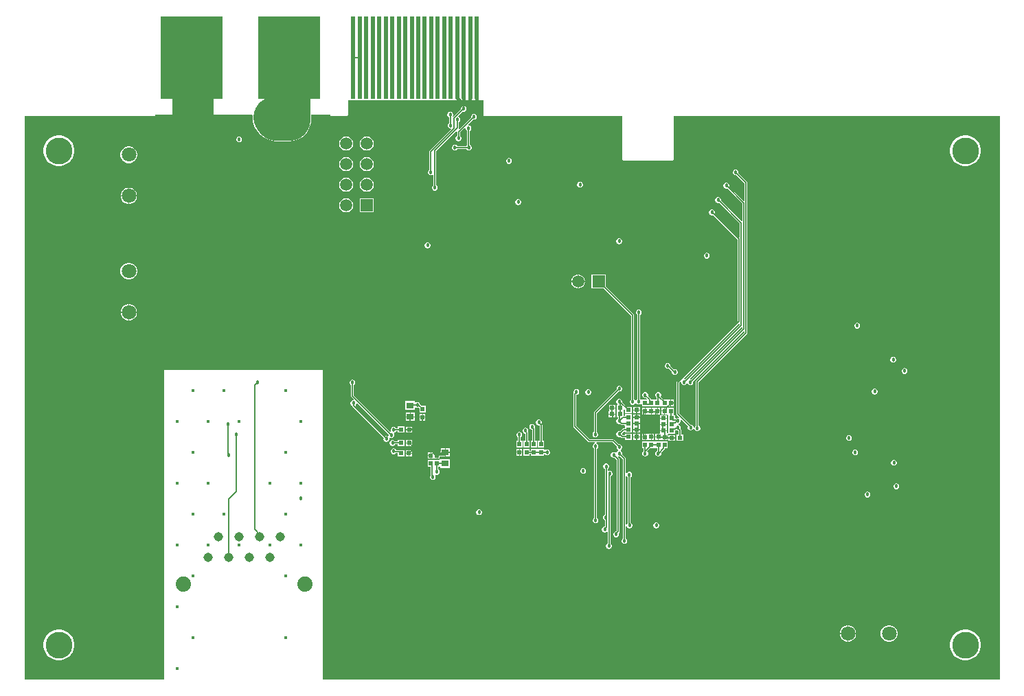
<source format=gbl>
G04*
G04 #@! TF.GenerationSoftware,Altium Limited,Altium Designer,21.6.4 (81)*
G04*
G04 Layer_Physical_Order=4*
G04 Layer_Color=16711680*
%FSLAX25Y25*%
%MOIN*%
G70*
G04*
G04 #@! TF.SameCoordinates,32ACE0EF-A2FC-4BC7-9326-31937D1A4F50*
G04*
G04*
G04 #@! TF.FilePolarity,Positive*
G04*
G01*
G75*
%ADD16C,0.01000*%
%ADD46C,0.07100*%
%ADD54R,0.02362X0.01968*%
%ADD55R,0.01968X0.02362*%
%ADD56R,0.03543X0.03150*%
%ADD68R,0.30300X0.40000*%
%ADD69R,0.01968X0.40000*%
%ADD70C,0.00500*%
%ADD71C,0.01500*%
%ADD73R,0.05906X0.05906*%
%ADD74C,0.05906*%
%ADD75C,0.04500*%
%ADD76C,0.07400*%
%ADD77R,0.05906X0.05906*%
%ADD78C,0.13000*%
%ADD79C,0.01800*%
%ADD80C,0.03000*%
%ADD81C,0.01772*%
%ADD94C,0.20000*%
G36*
X223697Y314000D02*
X223758Y313693D01*
X223932Y313432D01*
X224193Y313258D01*
X224500Y313197D01*
X291097D01*
Y292252D01*
X291255Y291869D01*
X291638Y291711D01*
X315260D01*
X315642Y291869D01*
X315801Y292252D01*
Y313197D01*
X474197D01*
Y39703D01*
X145500D01*
Y190000D01*
X68500D01*
Y39803D01*
X803D01*
Y313197D01*
X63500D01*
X63807Y313258D01*
X64068Y313432D01*
X64242Y313693D01*
X64303Y314000D01*
X111318D01*
X111657Y313633D01*
X111568Y312500D01*
X111696Y310868D01*
X112078Y309276D01*
X112705Y307764D01*
X113560Y306368D01*
X114623Y305123D01*
X115655Y304091D01*
X116900Y303028D01*
X118296Y302173D01*
X119808Y301547D01*
X121400Y301164D01*
X123032Y301036D01*
X129500D01*
X131132Y301164D01*
X132724Y301547D01*
X134236Y302173D01*
X135632Y303028D01*
X136877Y304091D01*
X137940Y305336D01*
X138795Y306732D01*
X139422Y308244D01*
X139804Y309836D01*
X139932Y311468D01*
Y314000D01*
X149197D01*
X149258Y313693D01*
X149432Y313432D01*
X149693Y313258D01*
X150000Y313197D01*
X157000D01*
X157307Y313258D01*
X157568Y313432D01*
X157742Y313693D01*
X157803Y314000D01*
Y320959D01*
X223697D01*
Y314000D01*
D02*
G37*
%LPC*%
G36*
X214279Y318250D02*
X213721D01*
X213207Y318037D01*
X212813Y317643D01*
X212600Y317128D01*
Y316571D01*
X212654Y316441D01*
X209053Y312841D01*
X208501Y312969D01*
X208486Y313023D01*
X208679Y313215D01*
X208892Y313730D01*
Y314287D01*
X208679Y314801D01*
X208285Y315195D01*
X207770Y315408D01*
X207213D01*
X206699Y315195D01*
X206305Y314801D01*
X206092Y314287D01*
Y313730D01*
X206305Y313215D01*
X206699Y312821D01*
X206929Y312726D01*
Y309924D01*
X206899Y309912D01*
X206505Y309518D01*
X206292Y309003D01*
Y308447D01*
X206505Y307932D01*
X206899Y307538D01*
X207413Y307325D01*
X207681D01*
X207888Y306825D01*
X197531Y296469D01*
X197388Y296254D01*
X197337Y296000D01*
Y287241D01*
X197207Y287187D01*
X196813Y286793D01*
X196600Y286279D01*
Y285721D01*
X196813Y285207D01*
X197207Y284813D01*
X197722Y284600D01*
X198278D01*
X198793Y284813D01*
X198837Y284857D01*
X199337Y284650D01*
Y279741D01*
X199207Y279687D01*
X198813Y279293D01*
X198600Y278779D01*
Y278222D01*
X198813Y277707D01*
X199207Y277313D01*
X199722Y277100D01*
X200278D01*
X200793Y277313D01*
X201187Y277707D01*
X201400Y278222D01*
Y278779D01*
X201187Y279293D01*
X200793Y279687D01*
X200663Y279741D01*
Y296226D01*
X210479Y306042D01*
X210888Y305754D01*
X210837Y305500D01*
Y303741D01*
X210707Y303687D01*
X210313Y303293D01*
X210100Y302779D01*
Y302221D01*
X210313Y301707D01*
X210707Y301313D01*
X211222Y301100D01*
X211778D01*
X212293Y301313D01*
X212687Y301707D01*
X212900Y302221D01*
Y302779D01*
X212687Y303293D01*
X212293Y303687D01*
X212163Y303741D01*
Y305225D01*
X214447Y307510D01*
X214947Y307302D01*
Y307068D01*
X215160Y306554D01*
X215554Y306160D01*
X215712Y306094D01*
Y299189D01*
X215707Y299187D01*
X215313Y298793D01*
X215259Y298663D01*
X210963D01*
X210909Y298793D01*
X210515Y299187D01*
X210000Y299400D01*
X209444D01*
X208929Y299187D01*
X208535Y298793D01*
X208322Y298278D01*
Y297722D01*
X208535Y297207D01*
X208929Y296813D01*
X209444Y296600D01*
X210000D01*
X210515Y296813D01*
X210909Y297207D01*
X210963Y297337D01*
X215259D01*
X215313Y297207D01*
X215707Y296813D01*
X216221Y296600D01*
X216778D01*
X217293Y296813D01*
X217687Y297207D01*
X217900Y297722D01*
Y298278D01*
X217687Y298793D01*
X217293Y299187D01*
X217038Y299293D01*
Y306118D01*
X217140Y306160D01*
X217534Y306554D01*
X217747Y307068D01*
Y307625D01*
X217534Y308140D01*
X217140Y308534D01*
X216625Y308747D01*
X216391D01*
X216184Y309247D01*
X218591Y311654D01*
X218722Y311600D01*
X219279D01*
X219793Y311813D01*
X220187Y312207D01*
X220400Y312721D01*
Y313279D01*
X220187Y313793D01*
X219793Y314187D01*
X219279Y314400D01*
X218722D01*
X218207Y314187D01*
X217813Y313793D01*
X217600Y313279D01*
Y312721D01*
X217654Y312591D01*
X212013Y306950D01*
X211604Y307238D01*
X211654Y307492D01*
Y310267D01*
X211785Y310321D01*
X212179Y310715D01*
X212392Y311230D01*
Y311787D01*
X212179Y312301D01*
X211785Y312695D01*
X211576Y312782D01*
X211457Y313370D01*
X213591Y315504D01*
X213721Y315450D01*
X214279D01*
X214793Y315663D01*
X215187Y316057D01*
X215400Y316571D01*
Y317128D01*
X215187Y317643D01*
X214793Y318037D01*
X214279Y318250D01*
D02*
G37*
G36*
X105279Y303400D02*
X104721D01*
X104207Y303187D01*
X103813Y302793D01*
X103600Y302278D01*
Y301722D01*
X103813Y301207D01*
X104207Y300813D01*
X104721Y300600D01*
X105279D01*
X105793Y300813D01*
X106187Y301207D01*
X106400Y301722D01*
Y302278D01*
X106187Y302793D01*
X105793Y303187D01*
X105279Y303400D01*
D02*
G37*
G36*
X167455Y303453D02*
X166545D01*
X165667Y303218D01*
X164880Y302763D01*
X164237Y302120D01*
X163783Y301333D01*
X163547Y300455D01*
Y299545D01*
X163783Y298667D01*
X164237Y297880D01*
X164880Y297237D01*
X165667Y296782D01*
X166545Y296547D01*
X167455D01*
X168333Y296782D01*
X169120Y297237D01*
X169763Y297880D01*
X170218Y298667D01*
X170453Y299545D01*
Y300455D01*
X170218Y301333D01*
X169763Y302120D01*
X169120Y302763D01*
X168333Y303218D01*
X167455Y303453D01*
D02*
G37*
G36*
X157455D02*
X156545D01*
X155667Y303218D01*
X154880Y302763D01*
X154237Y302120D01*
X153782Y301333D01*
X153547Y300455D01*
Y299545D01*
X153782Y298667D01*
X154237Y297880D01*
X154880Y297237D01*
X155667Y296782D01*
X156545Y296547D01*
X157455D01*
X158333Y296782D01*
X159120Y297237D01*
X159763Y297880D01*
X160217Y298667D01*
X160453Y299545D01*
Y300455D01*
X160217Y301333D01*
X159763Y302120D01*
X159120Y302763D01*
X158333Y303218D01*
X157455Y303453D01*
D02*
G37*
G36*
X52033Y298550D02*
X50967D01*
X49937Y298274D01*
X49013Y297741D01*
X48259Y296987D01*
X47726Y296063D01*
X47450Y295033D01*
Y293967D01*
X47726Y292937D01*
X48259Y292013D01*
X49013Y291259D01*
X49937Y290726D01*
X50967Y290450D01*
X52033D01*
X53063Y290726D01*
X53987Y291259D01*
X54741Y292013D01*
X55274Y292937D01*
X55550Y293967D01*
Y295033D01*
X55274Y296063D01*
X54741Y296987D01*
X53987Y297741D01*
X53063Y298274D01*
X52033Y298550D01*
D02*
G37*
G36*
X236279Y292900D02*
X235721D01*
X235207Y292687D01*
X234813Y292293D01*
X234600Y291778D01*
Y291221D01*
X234813Y290707D01*
X235207Y290313D01*
X235721Y290100D01*
X236279D01*
X236793Y290313D01*
X237187Y290707D01*
X237400Y291221D01*
Y291778D01*
X237187Y292293D01*
X236793Y292687D01*
X236279Y292900D01*
D02*
G37*
G36*
X458287Y303935D02*
X456813D01*
X455367Y303647D01*
X454005Y303083D01*
X452779Y302264D01*
X451737Y301221D01*
X450918Y299995D01*
X450353Y298633D01*
X450066Y297187D01*
Y295713D01*
X450353Y294267D01*
X450918Y292905D01*
X451737Y291679D01*
X452779Y290637D01*
X454005Y289818D01*
X455367Y289254D01*
X456813Y288966D01*
X458287D01*
X459733Y289254D01*
X461095Y289818D01*
X462321Y290637D01*
X463363Y291679D01*
X464182Y292905D01*
X464747Y294267D01*
X465034Y295713D01*
Y297187D01*
X464747Y298633D01*
X464182Y299995D01*
X463363Y301221D01*
X462321Y302264D01*
X461095Y303083D01*
X459733Y303647D01*
X458287Y303935D01*
D02*
G37*
G36*
X18287D02*
X16813D01*
X15367Y303647D01*
X14005Y303083D01*
X12779Y302264D01*
X11737Y301221D01*
X10917Y299995D01*
X10353Y298633D01*
X10066Y297187D01*
Y295713D01*
X10353Y294267D01*
X10917Y292905D01*
X11737Y291679D01*
X12779Y290637D01*
X14005Y289818D01*
X15367Y289254D01*
X16813Y288966D01*
X18287D01*
X19733Y289254D01*
X21095Y289818D01*
X22321Y290637D01*
X23363Y291679D01*
X24182Y292905D01*
X24747Y294267D01*
X25034Y295713D01*
Y297187D01*
X24747Y298633D01*
X24182Y299995D01*
X23363Y301221D01*
X22321Y302264D01*
X21095Y303083D01*
X19733Y303647D01*
X18287Y303935D01*
D02*
G37*
G36*
X167455Y293453D02*
X166545D01*
X165667Y293217D01*
X164880Y292763D01*
X164237Y292120D01*
X163783Y291333D01*
X163547Y290455D01*
Y289545D01*
X163783Y288667D01*
X164237Y287880D01*
X164880Y287237D01*
X165667Y286783D01*
X166545Y286547D01*
X167455D01*
X168333Y286783D01*
X169120Y287237D01*
X169763Y287880D01*
X170218Y288667D01*
X170453Y289545D01*
Y290455D01*
X170218Y291333D01*
X169763Y292120D01*
X169120Y292763D01*
X168333Y293217D01*
X167455Y293453D01*
D02*
G37*
G36*
X157455D02*
X156545D01*
X155667Y293217D01*
X154880Y292763D01*
X154237Y292120D01*
X153782Y291333D01*
X153547Y290455D01*
Y289545D01*
X153782Y288667D01*
X154237Y287880D01*
X154880Y287237D01*
X155667Y286783D01*
X156545Y286547D01*
X157455D01*
X158333Y286783D01*
X159120Y287237D01*
X159763Y287880D01*
X160217Y288667D01*
X160453Y289545D01*
Y290455D01*
X160217Y291333D01*
X159763Y292120D01*
X159120Y292763D01*
X158333Y293217D01*
X157455Y293453D01*
D02*
G37*
G36*
X270778Y281400D02*
X270221D01*
X269707Y281187D01*
X269313Y280793D01*
X269100Y280278D01*
Y279721D01*
X269313Y279207D01*
X269707Y278813D01*
X270221Y278600D01*
X270778D01*
X271293Y278813D01*
X271687Y279207D01*
X271900Y279721D01*
Y280278D01*
X271687Y280793D01*
X271293Y281187D01*
X270778Y281400D01*
D02*
G37*
G36*
X167455Y283453D02*
X166545D01*
X165667Y283218D01*
X164880Y282763D01*
X164237Y282120D01*
X163783Y281333D01*
X163547Y280455D01*
Y279545D01*
X163783Y278667D01*
X164237Y277880D01*
X164880Y277237D01*
X165667Y276782D01*
X166545Y276547D01*
X167455D01*
X168333Y276782D01*
X169120Y277237D01*
X169763Y277880D01*
X170218Y278667D01*
X170453Y279545D01*
Y280455D01*
X170218Y281333D01*
X169763Y282120D01*
X169120Y282763D01*
X168333Y283218D01*
X167455Y283453D01*
D02*
G37*
G36*
X157455D02*
X156545D01*
X155667Y283218D01*
X154880Y282763D01*
X154237Y282120D01*
X153782Y281333D01*
X153547Y280455D01*
Y279545D01*
X153782Y278667D01*
X154237Y277880D01*
X154880Y277237D01*
X155667Y276782D01*
X156545Y276547D01*
X157455D01*
X158333Y276782D01*
X159120Y277237D01*
X159763Y277880D01*
X160217Y278667D01*
X160453Y279545D01*
Y280455D01*
X160217Y281333D01*
X159763Y282120D01*
X159120Y282763D01*
X158333Y283218D01*
X157455Y283453D01*
D02*
G37*
G36*
X52020Y278450D02*
X51700D01*
Y274700D01*
X55450D01*
Y275020D01*
X55181Y276025D01*
X54661Y276925D01*
X53925Y277661D01*
X53025Y278181D01*
X52020Y278450D01*
D02*
G37*
G36*
X51300D02*
X50980D01*
X49975Y278181D01*
X49075Y277661D01*
X48339Y276925D01*
X47819Y276025D01*
X47550Y275020D01*
Y274700D01*
X51300D01*
Y278450D01*
D02*
G37*
G36*
X346279Y287400D02*
X345722D01*
X345207Y287187D01*
X344813Y286793D01*
X344600Y286279D01*
Y285721D01*
X344813Y285207D01*
X345207Y284813D01*
X345722Y284600D01*
X346279D01*
X346409Y284654D01*
X350337Y280726D01*
Y272253D01*
X349875Y272062D01*
X342846Y279091D01*
X342900Y279222D01*
Y279779D01*
X342687Y280293D01*
X342293Y280687D01*
X341778Y280900D01*
X341221D01*
X340707Y280687D01*
X340313Y280293D01*
X340100Y279779D01*
Y279222D01*
X340313Y278707D01*
X340707Y278313D01*
X341221Y278100D01*
X341778D01*
X341909Y278154D01*
X349337Y270725D01*
Y262370D01*
X348837Y262163D01*
X338878Y272123D01*
X338931Y272253D01*
Y272810D01*
X338718Y273324D01*
X338324Y273718D01*
X337810Y273932D01*
X337253D01*
X336738Y273718D01*
X336345Y273324D01*
X336132Y272810D01*
Y272253D01*
X336345Y271739D01*
X336738Y271345D01*
X337253Y271131D01*
X337810D01*
X337940Y271185D01*
X348129Y260997D01*
Y254516D01*
X347629Y254309D01*
X335846Y266091D01*
X335900Y266221D01*
Y266778D01*
X335687Y267293D01*
X335293Y267687D01*
X334778Y267900D01*
X334222D01*
X333707Y267687D01*
X333313Y267293D01*
X333100Y266778D01*
Y266221D01*
X333313Y265707D01*
X333707Y265313D01*
X334222Y265100D01*
X334778D01*
X334909Y265154D01*
X346837Y253225D01*
Y213774D01*
X317531Y184469D01*
X317388Y184254D01*
X317337Y184000D01*
Y168575D01*
X317388Y168321D01*
X317531Y168106D01*
X318739Y166899D01*
X318456Y166475D01*
X318154Y166600D01*
X317597D01*
X317143Y166412D01*
X316650Y166592D01*
Y167984D01*
X316307D01*
X315984Y168350D01*
Y171713D01*
X313343D01*
X313016Y171713D01*
X312557Y171613D01*
X311700D01*
Y170031D01*
Y168450D01*
X312557D01*
X313016Y168350D01*
X313287Y167984D01*
Y165016D01*
X313287D01*
Y164984D01*
X313287D01*
Y162471D01*
X313256Y161984D01*
Y161984D01*
X313256Y161984D01*
Y159741D01*
X312890Y159359D01*
X312785Y159314D01*
X312716Y159321D01*
X312581Y159448D01*
Y160300D01*
X311000D01*
X309419D01*
X309419Y159116D01*
X308933Y159081D01*
X308700D01*
Y157500D01*
X308500D01*
D01*
X308700D01*
Y155919D01*
X309629D01*
X310116Y155887D01*
X310371Y155887D01*
X311300D01*
Y157468D01*
X311500D01*
Y157668D01*
X312884D01*
Y158566D01*
X312884Y158706D01*
X312987Y158792D01*
D01*
X313256Y159016D01*
X313592Y159016D01*
X316618D01*
Y160572D01*
X316694D01*
X316948Y160622D01*
X317163Y160766D01*
X317216Y160819D01*
X317596Y160662D01*
X318115D01*
X318306Y160472D01*
Y158484D01*
X317287D01*
Y155516D01*
X320650D01*
Y158484D01*
X319631D01*
Y160746D01*
X319581Y161000D01*
X319437Y161215D01*
X319155Y161497D01*
X319274Y161784D01*
Y162340D01*
X319061Y162855D01*
X318667Y163249D01*
X318398Y163360D01*
Y163901D01*
X318668Y164013D01*
X319062Y164407D01*
X319275Y164921D01*
Y165479D01*
X319150Y165781D01*
X319574Y166064D01*
X322927Y162711D01*
X322773Y162341D01*
Y161784D01*
X322986Y161269D01*
X323380Y160875D01*
X323895Y160662D01*
X324452D01*
X324966Y160875D01*
X325360Y161269D01*
X325500Y161607D01*
X326000Y161507D01*
Y161397D01*
X326213Y160882D01*
X326607Y160488D01*
X327121Y160275D01*
X327678D01*
X328193Y160488D01*
X328587Y160882D01*
X328800Y161397D01*
Y161953D01*
X328587Y162468D01*
X328193Y162862D01*
X328063Y162916D01*
Y184125D01*
X351469Y207531D01*
X351612Y207746D01*
X351663Y208000D01*
Y281000D01*
X351612Y281254D01*
X351469Y281469D01*
X347346Y285591D01*
X347400Y285721D01*
Y286279D01*
X347187Y286793D01*
X346793Y287187D01*
X346279Y287400D01*
D02*
G37*
G36*
X55450Y274300D02*
X51700D01*
Y270550D01*
X52020D01*
X53025Y270819D01*
X53925Y271339D01*
X54661Y272075D01*
X55181Y272975D01*
X55450Y273980D01*
Y274300D01*
D02*
G37*
G36*
X51300D02*
X47550D01*
Y273980D01*
X47819Y272975D01*
X48339Y272075D01*
X49075Y271339D01*
X49975Y270819D01*
X50980Y270550D01*
X51300D01*
Y274300D01*
D02*
G37*
G36*
X240778Y272900D02*
X240222D01*
X239707Y272687D01*
X239313Y272293D01*
X239100Y271778D01*
Y271221D01*
X239313Y270707D01*
X239707Y270313D01*
X240222Y270100D01*
X240778D01*
X241293Y270313D01*
X241687Y270707D01*
X241900Y271221D01*
Y271778D01*
X241687Y272293D01*
X241293Y272687D01*
X240778Y272900D01*
D02*
G37*
G36*
X170453Y273453D02*
X163547D01*
Y266547D01*
X170453D01*
Y273453D01*
D02*
G37*
G36*
X157455D02*
X156545D01*
X155667Y273218D01*
X154880Y272763D01*
X154237Y272120D01*
X153782Y271333D01*
X153547Y270455D01*
Y269545D01*
X153782Y268667D01*
X154237Y267880D01*
X154880Y267237D01*
X155667Y266782D01*
X156545Y266547D01*
X157455D01*
X158333Y266782D01*
X159120Y267237D01*
X159763Y267880D01*
X160217Y268667D01*
X160453Y269545D01*
Y270455D01*
X160217Y271333D01*
X159763Y272120D01*
X159120Y272763D01*
X158333Y273218D01*
X157455Y273453D01*
D02*
G37*
G36*
X289778Y253900D02*
X289222D01*
X288707Y253687D01*
X288313Y253293D01*
X288100Y252779D01*
Y252221D01*
X288313Y251707D01*
X288707Y251313D01*
X289222Y251100D01*
X289778D01*
X290293Y251313D01*
X290687Y251707D01*
X290900Y252221D01*
Y252779D01*
X290687Y253293D01*
X290293Y253687D01*
X289778Y253900D01*
D02*
G37*
G36*
X196779Y251900D02*
X196221D01*
X195707Y251687D01*
X195313Y251293D01*
X195100Y250779D01*
Y250221D01*
X195313Y249707D01*
X195707Y249313D01*
X196221Y249100D01*
X196779D01*
X197293Y249313D01*
X197687Y249707D01*
X197900Y250221D01*
Y250779D01*
X197687Y251293D01*
X197293Y251687D01*
X196779Y251900D01*
D02*
G37*
G36*
X332278Y246900D02*
X331721D01*
X331207Y246687D01*
X330813Y246293D01*
X330600Y245778D01*
Y245221D01*
X330813Y244707D01*
X331207Y244313D01*
X331721Y244100D01*
X332278D01*
X332793Y244313D01*
X333187Y244707D01*
X333400Y245221D01*
Y245778D01*
X333187Y246293D01*
X332793Y246687D01*
X332278Y246900D01*
D02*
G37*
G36*
X52033Y242050D02*
X50967D01*
X49937Y241774D01*
X49013Y241241D01*
X48259Y240487D01*
X47726Y239563D01*
X47450Y238533D01*
Y237467D01*
X47726Y236437D01*
X48259Y235513D01*
X49013Y234759D01*
X49937Y234226D01*
X50967Y233950D01*
X52033D01*
X53063Y234226D01*
X53987Y234759D01*
X54741Y235513D01*
X55274Y236437D01*
X55550Y237467D01*
Y238533D01*
X55274Y239563D01*
X54741Y240487D01*
X53987Y241241D01*
X53063Y241774D01*
X52033Y242050D01*
D02*
G37*
G36*
X269941Y236353D02*
X269700D01*
Y233200D01*
X272853D01*
Y233441D01*
X272624Y234294D01*
X272183Y235059D01*
X271559Y235683D01*
X270794Y236124D01*
X269941Y236353D01*
D02*
G37*
G36*
X269300D02*
X269059D01*
X268206Y236124D01*
X267441Y235683D01*
X266817Y235059D01*
X266376Y234294D01*
X266147Y233441D01*
Y233200D01*
X269300D01*
Y236353D01*
D02*
G37*
G36*
X272853Y232800D02*
X269700D01*
Y229647D01*
X269941D01*
X270794Y229876D01*
X271559Y230317D01*
X272183Y230941D01*
X272624Y231706D01*
X272853Y232559D01*
Y232800D01*
D02*
G37*
G36*
X269300D02*
X266147D01*
Y232559D01*
X266376Y231706D01*
X266817Y230941D01*
X267441Y230317D01*
X268206Y229876D01*
X269059Y229647D01*
X269300D01*
Y232800D01*
D02*
G37*
G36*
X52020Y221950D02*
X51700D01*
Y218200D01*
X55450D01*
Y218520D01*
X55181Y219525D01*
X54661Y220425D01*
X53925Y221161D01*
X53025Y221681D01*
X52020Y221950D01*
D02*
G37*
G36*
X51300D02*
X50980D01*
X49975Y221681D01*
X49075Y221161D01*
X48339Y220425D01*
X47819Y219525D01*
X47550Y218520D01*
Y218200D01*
X51300D01*
Y221950D01*
D02*
G37*
G36*
X55450Y217800D02*
X51700D01*
Y214050D01*
X52020D01*
X53025Y214319D01*
X53925Y214839D01*
X54661Y215575D01*
X55181Y216475D01*
X55450Y217480D01*
Y217800D01*
D02*
G37*
G36*
X51300D02*
X47550D01*
Y217480D01*
X47819Y216475D01*
X48339Y215575D01*
X49075Y214839D01*
X49975Y214319D01*
X50980Y214050D01*
X51300D01*
Y217800D01*
D02*
G37*
G36*
X405278Y212900D02*
X404721D01*
X404207Y212687D01*
X403813Y212293D01*
X403600Y211778D01*
Y211222D01*
X403813Y210707D01*
X404207Y210313D01*
X404721Y210100D01*
X405278D01*
X405793Y210313D01*
X406187Y210707D01*
X406400Y211222D01*
Y211778D01*
X406187Y212293D01*
X405793Y212687D01*
X405278Y212900D01*
D02*
G37*
G36*
X422779Y196400D02*
X422222D01*
X421707Y196187D01*
X421313Y195793D01*
X421100Y195279D01*
Y194721D01*
X421313Y194207D01*
X421707Y193813D01*
X422222Y193600D01*
X422779D01*
X423293Y193813D01*
X423687Y194207D01*
X423900Y194721D01*
Y195279D01*
X423687Y195793D01*
X423293Y196187D01*
X422779Y196400D01*
D02*
G37*
G36*
X428278Y190900D02*
X427722D01*
X427207Y190687D01*
X426813Y190293D01*
X426600Y189778D01*
Y189222D01*
X426813Y188707D01*
X427207Y188313D01*
X427722Y188100D01*
X428278D01*
X428793Y188313D01*
X429187Y188707D01*
X429400Y189222D01*
Y189778D01*
X429187Y190293D01*
X428793Y190687D01*
X428278Y190900D01*
D02*
G37*
G36*
X313279Y193400D02*
X312721D01*
X312207Y193187D01*
X311813Y192793D01*
X311600Y192279D01*
Y191721D01*
X311813Y191207D01*
X312207Y190813D01*
X312721Y190600D01*
X313279D01*
X313586Y190727D01*
X315100Y189213D01*
Y188722D01*
X315313Y188207D01*
X315707Y187813D01*
X316221Y187600D01*
X316778D01*
X317293Y187813D01*
X317687Y188207D01*
X317900Y188722D01*
Y189278D01*
X317687Y189793D01*
X317293Y190187D01*
X316778Y190400D01*
X316221D01*
X315914Y190273D01*
X314400Y191787D01*
Y192279D01*
X314187Y192793D01*
X313793Y193187D01*
X313279Y193400D01*
D02*
G37*
G36*
X289845Y182321D02*
X289288D01*
X288773Y182108D01*
X288379Y181714D01*
X288166Y181200D01*
Y180643D01*
X288220Y180512D01*
X277495Y169787D01*
X277351Y169572D01*
X277301Y169319D01*
Y159917D01*
X277087Y159828D01*
X276693Y159434D01*
X276480Y158920D01*
Y158363D01*
X276693Y157848D01*
X277087Y157455D01*
X277601Y157241D01*
X278158D01*
X278673Y157455D01*
X279067Y157848D01*
X279280Y158363D01*
Y158920D01*
X279067Y159434D01*
X278673Y159828D01*
X278626Y159848D01*
Y169044D01*
X289157Y179575D01*
X289288Y179521D01*
X289845D01*
X290359Y179734D01*
X290753Y180128D01*
X290966Y180643D01*
Y181200D01*
X290753Y181714D01*
X290359Y182108D01*
X289845Y182321D01*
D02*
G37*
G36*
X413778Y180900D02*
X413222D01*
X412707Y180687D01*
X412313Y180293D01*
X412100Y179779D01*
Y179221D01*
X412313Y178707D01*
X412707Y178313D01*
X413222Y178100D01*
X413778D01*
X414293Y178313D01*
X414687Y178707D01*
X414900Y179221D01*
Y179779D01*
X414687Y180293D01*
X414293Y180687D01*
X413778Y180900D01*
D02*
G37*
G36*
X274779Y180600D02*
X274221D01*
X273707Y180387D01*
X273313Y179993D01*
X273100Y179479D01*
Y178921D01*
X273313Y178407D01*
X273707Y178013D01*
X274221Y177800D01*
X274779D01*
X275293Y178013D01*
X275687Y178407D01*
X275900Y178921D01*
Y179479D01*
X275687Y179993D01*
X275293Y180387D01*
X274779Y180600D01*
D02*
G37*
G36*
X314700Y175550D02*
Y174169D01*
X315884D01*
Y175550D01*
X314700D01*
D02*
G37*
G36*
X315884Y173768D02*
X314700D01*
Y172387D01*
X315884D01*
Y173768D01*
D02*
G37*
G36*
X282953Y236453D02*
X276047D01*
Y229547D01*
X282015D01*
X295337Y216226D01*
Y175741D01*
X295207Y175687D01*
X294813Y175293D01*
X294600Y174778D01*
Y174222D01*
X294813Y173707D01*
X295207Y173313D01*
X295722Y173100D01*
X296279D01*
X296793Y173313D01*
X297187Y173707D01*
X297235Y173823D01*
X297776D01*
X297790Y173790D01*
X298183Y173397D01*
X298698Y173184D01*
X299255D01*
X299769Y173397D01*
X300016Y173643D01*
X300516Y173436D01*
Y172287D01*
X303484D01*
Y172287D01*
X303516D01*
Y172287D01*
X306016D01*
X306484Y172287D01*
X306984Y172287D01*
X309484D01*
Y174023D01*
X309984Y174291D01*
X310016Y174269D01*
Y172287D01*
X312657D01*
X312984Y172287D01*
X313443Y172387D01*
X314300D01*
Y173969D01*
Y175550D01*
X313443D01*
X312984Y175650D01*
X312657Y175650D01*
X310953D01*
X309599Y177004D01*
X309612Y177017D01*
X309825Y177532D01*
Y178088D01*
X309612Y178603D01*
X309218Y178997D01*
X308704Y179210D01*
X308147D01*
X307632Y178997D01*
X307238Y178603D01*
X307025Y178088D01*
Y177532D01*
X307238Y177017D01*
X307632Y176623D01*
X307763Y176569D01*
Y176003D01*
X307409Y175650D01*
X306516Y175650D01*
X306016Y175650D01*
X305017D01*
X304983Y175819D01*
X304839Y176034D01*
X303472Y177401D01*
X303526Y177532D01*
Y178088D01*
X303313Y178603D01*
X302919Y178997D01*
X302404Y179210D01*
X301848D01*
X301333Y178997D01*
X300939Y178603D01*
X300726Y178088D01*
Y177532D01*
X300939Y177017D01*
X301333Y176623D01*
X301848Y176410D01*
X302404D01*
X302535Y176464D01*
X302887Y176112D01*
X302696Y175650D01*
X300550D01*
X300516Y175650D01*
X300030Y175528D01*
X299943Y175596D01*
X299769Y175770D01*
X299675Y175810D01*
X299651Y175828D01*
Y216754D01*
X299793Y216813D01*
X300187Y217207D01*
X300400Y217722D01*
Y218279D01*
X300187Y218793D01*
X299793Y219187D01*
X299278Y219400D01*
X298722D01*
X298207Y219187D01*
X297813Y218793D01*
X297600Y218279D01*
Y217722D01*
X297813Y217207D01*
X298207Y216813D01*
X298325Y216764D01*
Y175829D01*
X298183Y175770D01*
X297790Y175376D01*
X297742Y175261D01*
X297200D01*
X297187Y175293D01*
X296793Y175687D01*
X296663Y175741D01*
Y216500D01*
X296612Y216754D01*
X296469Y216969D01*
X282953Y230485D01*
Y236453D01*
D02*
G37*
G36*
X287644Y172884D02*
X286263D01*
Y171700D01*
X287644D01*
Y172884D01*
D02*
G37*
G36*
X285863D02*
X284482D01*
Y171700D01*
X285863D01*
Y172884D01*
D02*
G37*
G36*
X306616Y171613D02*
X306116Y171613D01*
X305200D01*
Y170031D01*
Y168450D01*
X306116D01*
X306384Y168450D01*
X306884Y168450D01*
X307800D01*
Y170031D01*
Y171613D01*
X306616D01*
D02*
G37*
G36*
X299581Y171884D02*
X298200D01*
Y170700D01*
X299581D01*
Y171884D01*
D02*
G37*
G36*
X297800D02*
X296419D01*
Y170700D01*
X297800D01*
Y171884D01*
D02*
G37*
G36*
X311300Y171613D02*
X310116D01*
Y170231D01*
X311300D01*
Y171613D01*
D02*
G37*
G36*
X308200D02*
Y170231D01*
X309384D01*
Y171613D01*
X308200D01*
D02*
G37*
G36*
X301800D02*
X300616D01*
Y170231D01*
X301800D01*
Y171613D01*
D02*
G37*
G36*
X190272Y174831D02*
X185728D01*
Y170681D01*
X190272D01*
Y171541D01*
X190494Y171680D01*
X190772Y171786D01*
X191221Y171600D01*
X191779D01*
X192016Y171698D01*
X192516Y171383D01*
Y169319D01*
X195484D01*
Y172681D01*
X193453D01*
X192914Y173220D01*
X192900Y173229D01*
Y173278D01*
X192687Y173793D01*
X192293Y174187D01*
X191779Y174400D01*
X191221D01*
X190772Y174214D01*
X190494Y174320D01*
X190272Y174459D01*
Y174831D01*
D02*
G37*
G36*
X299581Y170300D02*
X298200D01*
Y169116D01*
X299581D01*
Y170300D01*
D02*
G37*
G36*
X297800D02*
X296419D01*
Y169116D01*
X297800D01*
Y170300D01*
D02*
G37*
G36*
X289806Y175984D02*
X289249D01*
X288735Y175770D01*
X288341Y175376D01*
X288128Y174862D01*
Y174305D01*
X288341Y173790D01*
X288647Y173484D01*
X288545Y173071D01*
X288494Y172984D01*
X288319D01*
Y170016D01*
X288256Y169984D01*
Y167016D01*
X288862D01*
Y166391D01*
X288732Y166337D01*
X288338Y165943D01*
X288125Y165428D01*
Y164872D01*
X288338Y164357D01*
X288732Y163963D01*
X289247Y163750D01*
X289804D01*
X289957Y163814D01*
X290240Y163531D01*
X290455Y163388D01*
X290708Y163337D01*
X291997D01*
X292350Y162984D01*
X292350Y162516D01*
X292350Y162016D01*
X291997Y161663D01*
X291625D01*
X291371Y161612D01*
X291156Y161469D01*
X289909Y160221D01*
X289778Y160275D01*
X289222D01*
X288707Y160062D01*
X288313Y159668D01*
X288100Y159153D01*
Y158597D01*
X288313Y158082D01*
X288707Y157688D01*
X289222Y157475D01*
X289778D01*
X289909Y157529D01*
X290406Y157031D01*
X290621Y156888D01*
X290875Y156837D01*
X292350D01*
Y156016D01*
X295713D01*
Y158984D01*
X292350D01*
Y158163D01*
X291196D01*
X290881Y158552D01*
X290900Y158597D01*
Y159153D01*
X290846Y159284D01*
X291850Y160288D01*
X292350Y160219D01*
Y159516D01*
X295713D01*
Y162016D01*
X295713Y162484D01*
X295713Y162984D01*
Y165484D01*
X295713D01*
Y165516D01*
X295713D01*
Y168484D01*
X292350D01*
Y167663D01*
X291618D01*
Y169984D01*
X291681Y170016D01*
Y170779D01*
X292181Y171025D01*
X292382Y170871D01*
Y169016D01*
X295744D01*
Y171984D01*
X293319D01*
X290928Y174376D01*
Y174862D01*
X290714Y175376D01*
X290321Y175770D01*
X289806Y175984D01*
D02*
G37*
G36*
X287644Y171300D02*
X286063D01*
X284482D01*
Y170358D01*
X284419Y169884D01*
X284419Y169642D01*
Y168700D01*
X286000D01*
X287581D01*
Y169642D01*
X287644Y170116D01*
X287644Y170358D01*
Y171300D01*
D02*
G37*
G36*
X309384Y169832D02*
X308200D01*
Y168450D01*
X309384D01*
Y169832D01*
D02*
G37*
G36*
X303616Y171613D02*
X303116Y171613D01*
X302200D01*
Y170031D01*
Y168450D01*
X303116D01*
X303384Y168450D01*
X303884Y168450D01*
X304800D01*
Y170031D01*
Y171613D01*
X303884D01*
X303616Y171613D01*
D02*
G37*
G36*
X301800Y169832D02*
X300616D01*
Y168450D01*
X301800D01*
Y169832D01*
D02*
G37*
G36*
X311300D02*
X310116D01*
Y168450D01*
X311300D01*
Y169832D01*
D02*
G37*
G36*
X190172Y169219D02*
X188200D01*
Y167444D01*
X190172D01*
Y169219D01*
D02*
G37*
G36*
X187800D02*
X185828D01*
Y167444D01*
X187800D01*
Y169219D01*
D02*
G37*
G36*
X195384Y168644D02*
X194200D01*
Y167263D01*
X195384D01*
Y168644D01*
D02*
G37*
G36*
X193800D02*
X192616D01*
Y167263D01*
X193800D01*
Y168644D01*
D02*
G37*
G36*
X299550Y168384D02*
X298168D01*
Y167200D01*
X299550D01*
Y168384D01*
D02*
G37*
G36*
X297768D02*
X296387D01*
Y167200D01*
X297768D01*
Y168384D01*
D02*
G37*
G36*
X287581Y168300D02*
X286200D01*
Y167116D01*
X287581D01*
Y168300D01*
D02*
G37*
G36*
X285800D02*
X284419D01*
Y167116D01*
X285800D01*
Y168300D01*
D02*
G37*
G36*
X312613Y167884D02*
X311231D01*
Y166700D01*
X312613D01*
Y167884D01*
D02*
G37*
G36*
X310831D02*
X309450D01*
Y166700D01*
X310831D01*
Y167884D01*
D02*
G37*
G36*
X195384Y166863D02*
X194200D01*
Y165482D01*
X195384D01*
Y166863D01*
D02*
G37*
G36*
X193800D02*
X192616D01*
Y165482D01*
X193800D01*
Y166863D01*
D02*
G37*
G36*
X190172Y167044D02*
X188200D01*
Y165269D01*
X190172D01*
Y167044D01*
D02*
G37*
G36*
X187800D02*
X185828D01*
Y165269D01*
X187800D01*
Y167044D01*
D02*
G37*
G36*
X299550Y166800D02*
X297969D01*
X296387D01*
Y165884D01*
X296387Y165616D01*
X296387Y165116D01*
Y164200D01*
X297969D01*
X299550D01*
Y165116D01*
X299550Y165384D01*
X299550Y165884D01*
Y166800D01*
D02*
G37*
G36*
X312613Y166300D02*
X311032D01*
X309450D01*
Y165384D01*
X309450Y165116D01*
X309450Y164616D01*
Y163700D01*
X311032D01*
X312613D01*
Y164616D01*
X312613Y164884D01*
X312613Y165384D01*
Y166300D01*
D02*
G37*
G36*
X299550Y163800D02*
X297969D01*
X296387D01*
Y162884D01*
X296387Y162616D01*
X296387Y162116D01*
Y161200D01*
X297969D01*
X299550D01*
Y162116D01*
X299550Y162384D01*
X299550Y162884D01*
Y163800D01*
D02*
G37*
G36*
X189050Y162384D02*
X187669D01*
Y161200D01*
X189050D01*
Y162384D01*
D02*
G37*
G36*
X187268D02*
X185887D01*
Y161200D01*
X187268D01*
Y162384D01*
D02*
G37*
G36*
X312613Y163300D02*
X311032D01*
X309450D01*
Y162371D01*
X309419Y161884D01*
X309419Y161629D01*
Y160700D01*
X311000D01*
X312581D01*
Y161629D01*
X312613Y162116D01*
X312613Y162371D01*
Y163300D01*
D02*
G37*
G36*
X299550Y160800D02*
X298168D01*
Y159616D01*
X299550D01*
Y160800D01*
D02*
G37*
G36*
X297768D02*
X296387D01*
Y159616D01*
X297768D01*
Y160800D01*
D02*
G37*
G36*
X189050Y160800D02*
X187669D01*
Y159616D01*
X189050D01*
Y160800D01*
D02*
G37*
G36*
X187268D02*
X185887D01*
Y159616D01*
X187268D01*
Y160800D01*
D02*
G37*
G36*
X160278Y185301D02*
X159722D01*
X159207Y185088D01*
X158813Y184694D01*
X158600Y184180D01*
Y183623D01*
X158813Y183108D01*
X159207Y182714D01*
X159337Y182660D01*
Y177295D01*
X159388Y177041D01*
X159531Y176826D01*
X160556Y175801D01*
X160349Y175301D01*
X160222D01*
X159707Y175088D01*
X159313Y174694D01*
X159100Y174180D01*
Y173623D01*
X159313Y173108D01*
X159707Y172714D01*
X159837Y172660D01*
Y172500D01*
X159888Y172246D01*
X160031Y172031D01*
X175154Y156909D01*
X175100Y156779D01*
Y156221D01*
X175313Y155707D01*
X175707Y155313D01*
X176222Y155100D01*
X176778D01*
X177293Y155313D01*
X177687Y155707D01*
X177900Y156221D01*
Y156762D01*
X177976Y156841D01*
X178304Y157109D01*
X178651Y156966D01*
X179208D01*
X179722Y157179D01*
X180116Y157573D01*
X180329Y158087D01*
Y158644D01*
X180140Y159100D01*
X180207Y159340D01*
X180352Y159630D01*
X180793Y159813D01*
X181187Y160207D01*
X181241Y160337D01*
X181850D01*
Y159516D01*
X185213D01*
Y162484D01*
X181850D01*
Y161663D01*
X181241D01*
X181187Y161793D01*
X180793Y162187D01*
X180279Y162400D01*
X179721D01*
X179207Y162187D01*
X178813Y161793D01*
X178600Y161278D01*
Y160722D01*
X178727Y160415D01*
X178356Y160045D01*
X178178Y160054D01*
X160663Y177569D01*
Y182660D01*
X160793Y182714D01*
X161187Y183108D01*
X161400Y183623D01*
Y184180D01*
X161187Y184694D01*
X160793Y185088D01*
X160278Y185301D01*
D02*
G37*
G36*
X299550Y158884D02*
X298168D01*
Y157700D01*
X299550D01*
Y158884D01*
D02*
G37*
G36*
X297768D02*
X296387D01*
Y157700D01*
X297768D01*
Y158884D01*
D02*
G37*
G36*
X305200Y159081D02*
Y157700D01*
X306384D01*
Y159081D01*
X305200D01*
D02*
G37*
G36*
X308300D02*
X307116D01*
Y157700D01*
X308300D01*
Y159081D01*
D02*
G37*
G36*
X301800Y159050D02*
X300616D01*
Y157668D01*
X301800D01*
Y159050D01*
D02*
G37*
G36*
X316613Y158384D02*
X315231D01*
Y157200D01*
X316613D01*
Y158384D01*
D02*
G37*
G36*
X314831D02*
X313450D01*
Y157200D01*
X314831D01*
Y158384D01*
D02*
G37*
G36*
X299550Y157300D02*
X298168D01*
Y156116D01*
X299550D01*
Y157300D01*
D02*
G37*
G36*
X297768D02*
X296387D01*
Y156116D01*
X297768D01*
Y157300D01*
D02*
G37*
G36*
X306384Y157300D02*
X305200D01*
Y155919D01*
X306384D01*
Y157300D01*
D02*
G37*
G36*
X308300D02*
X307116D01*
Y155919D01*
X308300D01*
Y157300D01*
D02*
G37*
G36*
X312884Y157269D02*
X311700D01*
Y155887D01*
X312884D01*
Y157269D01*
D02*
G37*
G36*
X301800D02*
X300616D01*
Y155887D01*
X301800D01*
Y157269D01*
D02*
G37*
G36*
X303616Y159081D02*
X303129Y159050D01*
X302200D01*
Y157468D01*
Y155887D01*
X303129D01*
X303384Y155887D01*
X303871Y155919D01*
X304800D01*
Y157500D01*
Y159081D01*
X303871D01*
X303617Y159081D01*
X303616D01*
D02*
G37*
G36*
X316613Y156800D02*
X315231D01*
Y155616D01*
X316613D01*
Y156800D01*
D02*
G37*
G36*
X314831D02*
X313450D01*
Y155616D01*
X314831D01*
Y156800D01*
D02*
G37*
G36*
X401278Y158400D02*
X400722D01*
X400207Y158187D01*
X399813Y157793D01*
X399600Y157279D01*
Y156721D01*
X399813Y156207D01*
X400207Y155813D01*
X400722Y155600D01*
X401278D01*
X401793Y155813D01*
X402187Y156207D01*
X402400Y156721D01*
Y157279D01*
X402187Y157793D01*
X401793Y158187D01*
X401278Y158400D01*
D02*
G37*
G36*
X185213Y155984D02*
X181850D01*
Y155163D01*
X180741D01*
X180687Y155293D01*
X180293Y155687D01*
X179779Y155900D01*
X179221D01*
X178707Y155687D01*
X178313Y155293D01*
X178100Y154779D01*
Y154221D01*
X178313Y153707D01*
X178707Y153313D01*
X179221Y153100D01*
X179779D01*
X180293Y153313D01*
X180687Y153707D01*
X180741Y153837D01*
X181850D01*
Y153016D01*
X185213D01*
Y155984D01*
D02*
G37*
G36*
X189050Y155884D02*
X187669D01*
Y154700D01*
X189050D01*
Y155884D01*
D02*
G37*
G36*
X187268D02*
X185887D01*
Y154700D01*
X187268D01*
Y155884D01*
D02*
G37*
G36*
X309984Y155244D02*
Y155244D01*
X307016D01*
Y154226D01*
X306484D01*
Y155244D01*
X303516D01*
Y155244D01*
X303484Y155213D01*
X300516D01*
Y151850D01*
X301437D01*
Y150671D01*
X301295Y150612D01*
X300901Y150218D01*
X300688Y149704D01*
Y149147D01*
X300901Y148632D01*
X301295Y148238D01*
X301809Y148025D01*
X302366D01*
X302881Y148238D01*
X303274Y148632D01*
X303488Y149147D01*
Y149704D01*
X303274Y150218D01*
X303032Y150461D01*
X304453Y151882D01*
X306484D01*
Y152900D01*
X307016D01*
Y151882D01*
X307837D01*
Y150681D01*
X307670Y150612D01*
X307277Y150218D01*
X307064Y149704D01*
Y149147D01*
X307277Y148632D01*
X307670Y148238D01*
X308185Y148025D01*
X308742D01*
X309257Y148238D01*
X309650Y148632D01*
X309863Y149147D01*
Y149704D01*
X309810Y149834D01*
X311401Y151425D01*
X311544Y151640D01*
X311586Y151850D01*
X312984D01*
Y155213D01*
X310471D01*
X309984Y155244D01*
X309984Y155244D01*
D02*
G37*
G36*
X189050Y154300D02*
X187669D01*
Y153116D01*
X189050D01*
Y154300D01*
D02*
G37*
G36*
X187268D02*
X185887D01*
Y153116D01*
X187268D01*
Y154300D01*
D02*
G37*
G36*
X250779Y165900D02*
X250221D01*
X249707Y165687D01*
X249313Y165293D01*
X249100Y164778D01*
Y164222D01*
X249313Y163707D01*
X249707Y163313D01*
X250221Y163100D01*
X250629D01*
X250837Y162892D01*
Y155650D01*
X250016D01*
Y152287D01*
X252984D01*
Y155650D01*
X252163D01*
Y163166D01*
X252112Y163420D01*
X251969Y163635D01*
X251748Y163855D01*
X251900Y164222D01*
Y164778D01*
X251687Y165293D01*
X251293Y165687D01*
X250779Y165900D01*
D02*
G37*
G36*
X247482Y163812D02*
X246925D01*
X246410Y163599D01*
X246016Y163205D01*
X245803Y162691D01*
Y162134D01*
X246016Y161619D01*
X246410Y161225D01*
X246925Y161012D01*
X247314D01*
X247337Y160989D01*
Y155650D01*
X246516D01*
Y152287D01*
X249484D01*
Y155650D01*
X248663D01*
Y161264D01*
X248612Y161517D01*
X248469Y161732D01*
X248446Y161755D01*
X248603Y162134D01*
Y162691D01*
X248390Y163205D01*
X247996Y163599D01*
X247482Y163812D01*
D02*
G37*
G36*
X244279Y161900D02*
X243722D01*
X243207Y161687D01*
X242813Y161293D01*
X242600Y160778D01*
Y160222D01*
X242813Y159707D01*
X243207Y159313D01*
X243722Y159100D01*
X243837D01*
Y155650D01*
X243016D01*
Y152287D01*
X245984D01*
Y155650D01*
X245163D01*
Y159648D01*
X245157Y159677D01*
X245187Y159707D01*
X245400Y160222D01*
Y160778D01*
X245187Y161293D01*
X244793Y161687D01*
X244279Y161900D01*
D02*
G37*
G36*
X241279Y159900D02*
X240722D01*
X240207Y159687D01*
X239813Y159293D01*
X239600Y158779D01*
Y158221D01*
X239813Y157707D01*
X240207Y157313D01*
X240337Y157259D01*
Y155650D01*
X239516D01*
Y152287D01*
X242484D01*
Y155650D01*
X241663D01*
Y157259D01*
X241793Y157313D01*
X242187Y157707D01*
X242400Y158221D01*
Y158779D01*
X242187Y159293D01*
X241793Y159687D01*
X241279Y159900D01*
D02*
G37*
G36*
X252984Y151713D02*
X250016D01*
Y150694D01*
X249484D01*
Y151713D01*
X246516D01*
Y150694D01*
X245984D01*
Y151713D01*
X243016D01*
Y148350D01*
X245984D01*
Y149369D01*
X246516D01*
Y148350D01*
X249484D01*
Y149369D01*
X250016D01*
Y148350D01*
X252984D01*
Y148829D01*
X253484Y149036D01*
X253707Y148813D01*
X254222Y148600D01*
X254779D01*
X255293Y148813D01*
X255687Y149207D01*
X255900Y149722D01*
Y150278D01*
X255687Y150793D01*
X255293Y151187D01*
X254779Y151400D01*
X254222D01*
X253707Y151187D01*
X253484Y150964D01*
X252984Y151171D01*
Y151713D01*
D02*
G37*
G36*
X242384Y151613D02*
X241200D01*
Y150232D01*
X242384D01*
Y151613D01*
D02*
G37*
G36*
X240800D02*
X239616D01*
Y150232D01*
X240800D01*
Y151613D01*
D02*
G37*
G36*
X207172Y151987D02*
X205200D01*
Y150212D01*
X207172D01*
Y151987D01*
D02*
G37*
G36*
X204800D02*
X202828D01*
Y150185D01*
X202384Y150050D01*
X202328Y150050D01*
X201200D01*
Y148468D01*
Y146887D01*
X201906D01*
X202004Y146887D01*
X202169Y146868D01*
X202209Y146827D01*
X202374Y146273D01*
X202340Y146213D01*
X199971D01*
X199516Y146213D01*
X199029Y146181D01*
X196516D01*
Y142819D01*
X198072D01*
Y139051D01*
X197813Y138793D01*
X197600Y138278D01*
Y137722D01*
X197813Y137207D01*
X198207Y136813D01*
X198722Y136600D01*
X199278D01*
X199793Y136813D01*
X200187Y137207D01*
X200400Y137722D01*
Y138278D01*
X200193Y138778D01*
X200220Y138837D01*
X200492Y139195D01*
X200722Y139100D01*
X201278D01*
X201793Y139313D01*
X202187Y139707D01*
X202400Y140222D01*
Y140779D01*
X202187Y141293D01*
X201793Y141687D01*
X201663Y141741D01*
Y142850D01*
X202484D01*
X202728Y142452D01*
Y142425D01*
X207272D01*
Y146575D01*
X203057D01*
X203062D01*
X202899Y146607D01*
X202721Y146667D01*
X202576Y146733D01*
X202565Y146745D01*
X202430Y147067D01*
X202397Y147170D01*
X202384Y147220D01*
X202384Y147343D01*
Y147902D01*
X202828Y148037D01*
X202884Y148037D01*
X204800D01*
Y150012D01*
Y151987D01*
D02*
G37*
G36*
X268962Y180717D02*
X268405D01*
X267890Y180503D01*
X267497Y180110D01*
X267283Y179595D01*
Y179038D01*
X267428Y178688D01*
X267388Y178627D01*
X267337Y178374D01*
Y162500D01*
X267388Y162246D01*
X267531Y162031D01*
X274531Y155031D01*
X274746Y154888D01*
X275000Y154837D01*
X277471D01*
X277570Y154337D01*
X277207Y154187D01*
X276813Y153793D01*
X276600Y153279D01*
Y152722D01*
X276813Y152207D01*
X277207Y151813D01*
X277337Y151759D01*
Y118241D01*
X277207Y118187D01*
X276813Y117793D01*
X276600Y117279D01*
Y116721D01*
X276813Y116207D01*
X277207Y115813D01*
X277722Y115600D01*
X278278D01*
X278793Y115813D01*
X279187Y116207D01*
X279400Y116721D01*
Y117279D01*
X279187Y117793D01*
X278793Y118187D01*
X278663Y118241D01*
Y151759D01*
X278793Y151813D01*
X279187Y152207D01*
X279400Y152722D01*
Y153279D01*
X279187Y153793D01*
X278793Y154187D01*
X278430Y154337D01*
X278529Y154837D01*
X286326D01*
X288254Y152909D01*
X288200Y152778D01*
Y152222D01*
X288413Y151707D01*
X288807Y151313D01*
X288983Y151240D01*
Y150699D01*
X288773Y150612D01*
X288379Y150218D01*
X288268Y149949D01*
X287704Y149806D01*
X287627Y149883D01*
X287113Y150096D01*
X286556D01*
X286041Y149883D01*
X285647Y149489D01*
X285434Y148975D01*
Y148418D01*
X285647Y147903D01*
X286041Y147509D01*
X286556Y147296D01*
X287113D01*
X287243Y147350D01*
X288337Y146256D01*
Y111758D01*
X288129Y111550D01*
X287721D01*
X287207Y111337D01*
X286813Y110943D01*
X286600Y110429D01*
Y109871D01*
X286813Y109357D01*
X287207Y108963D01*
X287721Y108750D01*
X288279D01*
X288793Y108963D01*
X289187Y109357D01*
X289400Y109871D01*
Y110429D01*
X289248Y110795D01*
X289469Y111015D01*
X289612Y111230D01*
X289663Y111483D01*
Y146530D01*
X289612Y146784D01*
X289469Y146999D01*
X288768Y147699D01*
X289052Y148123D01*
X289288Y148025D01*
X289845D01*
X289975Y148079D01*
X291337Y146717D01*
Y108241D01*
X291207Y108187D01*
X290813Y107793D01*
X290600Y107279D01*
Y106721D01*
X290813Y106207D01*
X291207Y105813D01*
X291722Y105600D01*
X292279D01*
X292793Y105813D01*
X293187Y106207D01*
X293400Y106721D01*
Y107279D01*
X293187Y107793D01*
X292793Y108187D01*
X292663Y108241D01*
Y113971D01*
X293163Y114070D01*
X293313Y113707D01*
X293707Y113313D01*
X294221Y113100D01*
X294778D01*
X295293Y113313D01*
X295687Y113707D01*
X295900Y114222D01*
Y114778D01*
X295687Y115293D01*
X295293Y115687D01*
X295101Y115767D01*
Y137909D01*
X295169Y137937D01*
X295563Y138331D01*
X295776Y138846D01*
Y139402D01*
X295563Y139917D01*
X295169Y140311D01*
X294654Y140524D01*
X294097D01*
X293583Y140311D01*
X293189Y139917D01*
X293163Y139853D01*
X292663Y139953D01*
Y146991D01*
X292612Y147245D01*
X292469Y147460D01*
X290912Y149016D01*
X290966Y149147D01*
Y149704D01*
X290753Y150218D01*
X290359Y150612D01*
X290183Y150685D01*
Y151226D01*
X290393Y151313D01*
X290787Y151707D01*
X291000Y152222D01*
Y152778D01*
X290787Y153293D01*
X290393Y153687D01*
X289879Y153900D01*
X289321D01*
X289191Y153846D01*
X287069Y155969D01*
X286854Y156112D01*
X286600Y156163D01*
X275274D01*
X268663Y162775D01*
Y177917D01*
X268962D01*
X269477Y178130D01*
X269870Y178524D01*
X270083Y179038D01*
Y179595D01*
X269870Y180110D01*
X269477Y180503D01*
X268962Y180717D01*
D02*
G37*
G36*
X189018Y150884D02*
X187637D01*
Y149700D01*
X189018D01*
Y150884D01*
D02*
G37*
G36*
X187237D02*
X185856D01*
Y149700D01*
X187237D01*
Y150884D01*
D02*
G37*
G36*
X197800Y150018D02*
X196616D01*
Y148637D01*
X197800D01*
Y150018D01*
D02*
G37*
G36*
X404279Y151400D02*
X403722D01*
X403207Y151187D01*
X402813Y150793D01*
X402600Y150278D01*
Y149722D01*
X402813Y149207D01*
X403207Y148813D01*
X403722Y148600D01*
X404279D01*
X404793Y148813D01*
X405187Y149207D01*
X405400Y149722D01*
Y150278D01*
X405187Y150793D01*
X404793Y151187D01*
X404279Y151400D01*
D02*
G37*
G36*
X242384Y149831D02*
X241200D01*
Y148450D01*
X242384D01*
Y149831D01*
D02*
G37*
G36*
X240800D02*
X239616D01*
Y148450D01*
X240800D01*
Y149831D01*
D02*
G37*
G36*
X189018Y149300D02*
X187637D01*
Y148116D01*
X189018D01*
Y149300D01*
D02*
G37*
G36*
X187237D02*
X185856D01*
Y148116D01*
X187237D01*
Y149300D01*
D02*
G37*
G36*
X207172Y149812D02*
X205200D01*
Y148037D01*
X207172D01*
Y149812D01*
D02*
G37*
G36*
X180279Y151900D02*
X179721D01*
X179207Y151687D01*
X178813Y151293D01*
X178600Y150778D01*
Y150222D01*
X178813Y149707D01*
X179207Y149313D01*
X179721Y149100D01*
X180279D01*
X180793Y149313D01*
X181051Y149572D01*
X181819D01*
Y148016D01*
X185181D01*
Y150984D01*
X181819D01*
Y150897D01*
X181351D01*
X181187Y151293D01*
X180793Y151687D01*
X180279Y151900D01*
D02*
G37*
G36*
X197800Y148237D02*
X196616D01*
Y146856D01*
X197800D01*
Y148237D01*
D02*
G37*
G36*
X199616Y150050D02*
X199129Y150018D01*
X198200D01*
Y148437D01*
Y146856D01*
X199129D01*
X199384Y146856D01*
X199871Y146887D01*
X200800D01*
Y148468D01*
Y150050D01*
X199871D01*
X199616Y150050D01*
D02*
G37*
G36*
X423129Y146355D02*
X422572D01*
X422057Y146142D01*
X421664Y145748D01*
X421450Y145233D01*
Y144676D01*
X421664Y144162D01*
X422057Y143768D01*
X422572Y143555D01*
X423129D01*
X423643Y143768D01*
X424037Y144162D01*
X424250Y144676D01*
Y145233D01*
X424037Y145748D01*
X423643Y146142D01*
X423129Y146355D01*
D02*
G37*
G36*
X272278Y142400D02*
X271722D01*
X271207Y142187D01*
X270813Y141793D01*
X270600Y141279D01*
Y140721D01*
X270813Y140207D01*
X271207Y139813D01*
X271722Y139600D01*
X272278D01*
X272793Y139813D01*
X273187Y140207D01*
X273400Y140721D01*
Y141279D01*
X273187Y141793D01*
X272793Y142187D01*
X272278Y142400D01*
D02*
G37*
G36*
X424278Y134900D02*
X423722D01*
X423207Y134687D01*
X422813Y134293D01*
X422600Y133779D01*
Y133221D01*
X422813Y132707D01*
X423207Y132313D01*
X423722Y132100D01*
X424278D01*
X424793Y132313D01*
X425187Y132707D01*
X425400Y133221D01*
Y133779D01*
X425187Y134293D01*
X424793Y134687D01*
X424278Y134900D01*
D02*
G37*
G36*
X410279Y130900D02*
X409722D01*
X409207Y130687D01*
X408813Y130293D01*
X408600Y129779D01*
Y129221D01*
X408813Y128707D01*
X409207Y128313D01*
X409722Y128100D01*
X410279D01*
X410793Y128313D01*
X411187Y128707D01*
X411400Y129221D01*
Y129779D01*
X411187Y130293D01*
X410793Y130687D01*
X410279Y130900D01*
D02*
G37*
G36*
X221778Y122301D02*
X221221D01*
X220707Y122088D01*
X220313Y121694D01*
X220100Y121180D01*
Y120623D01*
X220313Y120108D01*
X220707Y119714D01*
X221221Y119501D01*
X221778D01*
X222293Y119714D01*
X222687Y120108D01*
X222900Y120623D01*
Y121180D01*
X222687Y121694D01*
X222293Y122088D01*
X221778Y122301D01*
D02*
G37*
G36*
X307779Y115900D02*
X307222D01*
X306707Y115687D01*
X306313Y115293D01*
X306100Y114778D01*
Y114222D01*
X306313Y113707D01*
X306707Y113313D01*
X307222Y113100D01*
X307779D01*
X308293Y113313D01*
X308687Y113707D01*
X308900Y114222D01*
Y114778D01*
X308687Y115293D01*
X308293Y115687D01*
X307779Y115900D01*
D02*
G37*
G36*
X283468Y144526D02*
X282911D01*
X282397Y144313D01*
X282003Y143919D01*
X281790Y143404D01*
Y142848D01*
X282003Y142333D01*
X282397Y141939D01*
X282527Y141885D01*
Y119721D01*
X282207Y119588D01*
X281813Y119194D01*
X281600Y118680D01*
Y118123D01*
X281813Y117608D01*
X282207Y117214D01*
X282527Y117082D01*
Y113900D01*
X282222D01*
X281707Y113687D01*
X281313Y113293D01*
X281100Y112778D01*
Y112222D01*
X281313Y111707D01*
X281707Y111313D01*
X282222Y111100D01*
X282779D01*
X283293Y111313D01*
X283507Y111527D01*
X284007Y111320D01*
Y105811D01*
X283707Y105687D01*
X283313Y105293D01*
X283100Y104779D01*
Y104221D01*
X283313Y103707D01*
X283707Y103313D01*
X284222Y103100D01*
X284778D01*
X285293Y103313D01*
X285687Y103707D01*
X285900Y104221D01*
Y104779D01*
X285687Y105293D01*
X285333Y105647D01*
Y138339D01*
X285633Y138463D01*
X286027Y138857D01*
X286240Y139372D01*
Y139928D01*
X286027Y140443D01*
X285633Y140837D01*
X285118Y141050D01*
X284561D01*
X284352Y140963D01*
X283853Y141296D01*
Y141885D01*
X283983Y141939D01*
X284377Y142333D01*
X284590Y142848D01*
Y143404D01*
X284377Y143919D01*
X283983Y144313D01*
X283468Y144526D01*
D02*
G37*
G36*
X401020Y65950D02*
X400700D01*
Y62200D01*
X404450D01*
Y62520D01*
X404181Y63525D01*
X403661Y64425D01*
X402925Y65161D01*
X402025Y65681D01*
X401020Y65950D01*
D02*
G37*
G36*
X400300D02*
X399980D01*
X398975Y65681D01*
X398075Y65161D01*
X397339Y64425D01*
X396819Y63525D01*
X396550Y62520D01*
Y62200D01*
X400300D01*
Y65950D01*
D02*
G37*
G36*
X404450Y61800D02*
X400700D01*
Y58050D01*
X401020D01*
X402025Y58319D01*
X402925Y58839D01*
X403661Y59575D01*
X404181Y60475D01*
X404450Y61480D01*
Y61800D01*
D02*
G37*
G36*
X400300D02*
X396550D01*
Y61480D01*
X396819Y60475D01*
X397339Y59575D01*
X398075Y58839D01*
X398975Y58319D01*
X399980Y58050D01*
X400300D01*
Y61800D01*
D02*
G37*
G36*
X421033Y66050D02*
X419967D01*
X418937Y65774D01*
X418013Y65241D01*
X417259Y64487D01*
X416726Y63563D01*
X416450Y62533D01*
Y61467D01*
X416726Y60437D01*
X417259Y59513D01*
X418013Y58759D01*
X418937Y58226D01*
X419967Y57950D01*
X421033D01*
X422063Y58226D01*
X422987Y58759D01*
X423741Y59513D01*
X424274Y60437D01*
X424550Y61467D01*
Y62533D01*
X424274Y63563D01*
X423741Y64487D01*
X422987Y65241D01*
X422063Y65774D01*
X421033Y66050D01*
D02*
G37*
G36*
X458287Y63935D02*
X456813D01*
X455367Y63647D01*
X454005Y63083D01*
X452779Y62264D01*
X451737Y61221D01*
X450918Y59995D01*
X450353Y58633D01*
X450066Y57187D01*
Y55713D01*
X450353Y54267D01*
X450918Y52905D01*
X451737Y51679D01*
X452779Y50637D01*
X454005Y49818D01*
X455367Y49254D01*
X456813Y48966D01*
X458287D01*
X459733Y49254D01*
X461095Y49818D01*
X462321Y50637D01*
X463363Y51679D01*
X464182Y52905D01*
X464747Y54267D01*
X465034Y55713D01*
Y57187D01*
X464747Y58633D01*
X464182Y59995D01*
X463363Y61221D01*
X462321Y62264D01*
X461095Y63083D01*
X459733Y63647D01*
X458287Y63935D01*
D02*
G37*
G36*
X18287D02*
X16813D01*
X15367Y63647D01*
X14005Y63083D01*
X12779Y62264D01*
X11737Y61221D01*
X10917Y59995D01*
X10353Y58633D01*
X10066Y57187D01*
Y55713D01*
X10353Y54267D01*
X10917Y52905D01*
X11737Y51679D01*
X12779Y50637D01*
X14005Y49818D01*
X15367Y49254D01*
X16813Y48966D01*
X18287D01*
X19733Y49254D01*
X21095Y49818D01*
X22321Y50637D01*
X23363Y51679D01*
X24182Y52905D01*
X24747Y54267D01*
X25034Y55713D01*
Y57187D01*
X24747Y58633D01*
X24182Y59995D01*
X23363Y61221D01*
X22321Y62264D01*
X21095Y63083D01*
X19733Y63647D01*
X18287Y63935D01*
D02*
G37*
%LPD*%
G36*
X348030Y212452D02*
X348078Y212022D01*
X321510Y185455D01*
X321130Y185523D01*
X320951Y186014D01*
X347570Y212633D01*
X348030Y212452D01*
D02*
G37*
G36*
X349337Y210700D02*
Y210220D01*
X324470Y185353D01*
X323982Y185433D01*
X323801Y185871D01*
X348837Y210908D01*
X349337Y210700D01*
D02*
G37*
G36*
X350254Y208591D02*
X350293Y208231D01*
X326931Y184869D01*
X326788Y184654D01*
X326737Y184400D01*
Y162916D01*
X326607Y162862D01*
X326213Y162468D01*
X326073Y162130D01*
X325573Y162230D01*
Y162341D01*
X325360Y162855D01*
X324966Y163249D01*
X324452Y163462D01*
X324050D01*
X318663Y168850D01*
Y183726D01*
X319096Y184159D01*
X319596Y183952D01*
Y183725D01*
X319809Y183211D01*
X320203Y182817D01*
X320718Y182604D01*
X321275D01*
X321789Y182817D01*
X322183Y183211D01*
X322233Y183332D01*
X322774D01*
X322838Y183178D01*
X323232Y182784D01*
X323746Y182571D01*
X324303D01*
X324818Y182784D01*
X325212Y183178D01*
X325425Y183692D01*
Y184249D01*
X325371Y184380D01*
X349771Y208779D01*
X350254Y208591D01*
D02*
G37*
G36*
X177583Y158774D02*
X177529Y158644D01*
Y158104D01*
X177453Y158025D01*
X177125Y157756D01*
X176778Y157900D01*
X176222D01*
X176091Y157846D01*
X161597Y172340D01*
X161611Y173033D01*
X161687Y173108D01*
X161900Y173623D01*
Y173750D01*
X162400Y173958D01*
X177583Y158774D01*
D02*
G37*
G36*
X293189Y138331D02*
X293583Y137937D01*
X293775Y137857D01*
Y115715D01*
X293707Y115687D01*
X293313Y115293D01*
X293163Y114930D01*
X292663Y115029D01*
Y138295D01*
X293163Y138395D01*
X293189Y138331D01*
D02*
G37*
D16*
X216313Y298000D02*
X216500D01*
D46*
X51500Y218000D02*
D03*
Y238000D02*
D03*
Y274500D02*
D03*
Y294500D02*
D03*
X400500Y62000D02*
D03*
X420500D02*
D03*
D54*
X187469Y154500D02*
D03*
X183531D02*
D03*
X187469Y161000D02*
D03*
X183531D02*
D03*
X183500Y149500D02*
D03*
X187437D02*
D03*
X311000Y160500D02*
D03*
X314937D02*
D03*
X311032Y166500D02*
D03*
X314968D02*
D03*
X297969Y157500D02*
D03*
X294032D02*
D03*
X297969Y161000D02*
D03*
X294032D02*
D03*
X297969Y164000D02*
D03*
X294032D02*
D03*
X297969Y167000D02*
D03*
X294032D02*
D03*
X286000Y168500D02*
D03*
X289937D02*
D03*
X286063Y171500D02*
D03*
X290000D02*
D03*
X298000Y170500D02*
D03*
X294063D02*
D03*
X315032Y157000D02*
D03*
X318969D02*
D03*
X311032Y163500D02*
D03*
X314968D02*
D03*
D55*
X241000Y153969D02*
D03*
Y150031D02*
D03*
X244500Y153969D02*
D03*
Y150031D02*
D03*
X248000Y153969D02*
D03*
Y150031D02*
D03*
X251500Y153969D02*
D03*
Y150031D02*
D03*
X194000Y167063D02*
D03*
Y171000D02*
D03*
X198000Y148437D02*
D03*
Y144500D02*
D03*
X201000Y148468D02*
D03*
Y144532D02*
D03*
X311500Y157468D02*
D03*
Y153532D02*
D03*
X302000Y170031D02*
D03*
Y173969D02*
D03*
X305000Y157500D02*
D03*
Y153563D02*
D03*
X302000Y157468D02*
D03*
Y153532D02*
D03*
X308500Y157500D02*
D03*
Y153563D02*
D03*
X308000Y170031D02*
D03*
Y173969D02*
D03*
X311500Y170031D02*
D03*
Y173969D02*
D03*
X305000Y170031D02*
D03*
Y173969D02*
D03*
X314500Y170031D02*
D03*
Y173969D02*
D03*
D56*
X188000Y172756D02*
D03*
Y167244D02*
D03*
X205000Y144500D02*
D03*
Y150012D02*
D03*
D68*
X129400Y341775D02*
D03*
X82100D02*
D03*
D69*
X220300D02*
D03*
X217150D02*
D03*
X214000D02*
D03*
X210850D02*
D03*
X207700D02*
D03*
X204550D02*
D03*
X201400D02*
D03*
X198250D02*
D03*
X191950D02*
D03*
X195100D02*
D03*
X188800D02*
D03*
X185650D02*
D03*
X182500D02*
D03*
X179350D02*
D03*
X176200D02*
D03*
X173050D02*
D03*
X169900D02*
D03*
X163600D02*
D03*
X160450D02*
D03*
X166750D02*
D03*
D70*
X198000Y286000D02*
Y296000D01*
X209342Y307342D01*
Y312192D01*
X334500Y266500D02*
X347500Y253500D01*
X318000Y184000D02*
X347500Y213500D01*
Y253500D01*
X348791Y211799D02*
Y261272D01*
X337531Y272532D02*
X348791Y261272D01*
X320996Y184004D02*
X348791Y211799D01*
X324025Y183971D02*
X350000Y209946D01*
X341500Y279500D02*
X350000Y271000D01*
Y209946D02*
Y271000D01*
X346000Y286000D02*
X351000Y281000D01*
X327400Y184400D02*
X351000Y208000D01*
Y281000D01*
X216347Y307347D02*
X216375Y307319D01*
Y298125D02*
Y307319D01*
X277880Y158642D02*
X277964Y158725D01*
Y169319D01*
X251500Y150031D02*
X254468D01*
X254500Y150000D01*
X248000Y150031D02*
X251500D01*
X244500D02*
X248000D01*
X250500Y164166D02*
X251500Y163166D01*
Y153969D02*
Y163166D01*
X250500Y164166D02*
Y164500D01*
X247203Y162061D02*
X248000Y161264D01*
Y153969D02*
Y161264D01*
X247203Y162061D02*
Y162412D01*
X244000Y160148D02*
X244500Y159648D01*
X244000Y160148D02*
Y160500D01*
X244500Y153969D02*
Y159648D01*
X241000Y153969D02*
X241000Y153969D01*
Y158500D01*
X183531Y161000D02*
X183531Y161000D01*
X180000Y161000D02*
X183531D01*
X187469Y154500D02*
X187665D01*
X189751Y152414D01*
Y151650D02*
Y152414D01*
Y151650D02*
X190000Y151401D01*
X179500Y154500D02*
X183531D01*
X183531Y154500D01*
X278000Y117000D02*
Y153000D01*
X187870Y161401D02*
X190500D01*
X187469Y161000D02*
X187870Y161401D01*
X201000Y144532D02*
X201031Y144500D01*
X201000Y144532D02*
X201000Y144532D01*
Y140500D02*
Y144532D01*
X284670Y139480D02*
X284840Y139650D01*
X284500Y104500D02*
X284670Y104670D01*
Y139480D01*
X289566Y149425D02*
X292000Y146991D01*
Y107000D02*
Y146991D01*
X187634Y149500D02*
X189286Y151152D01*
X189751D02*
X190000Y151401D01*
X187437Y149500D02*
X187634D01*
X189286Y151152D02*
X189751D01*
X180617Y150234D02*
X182766D01*
X183500Y149500D01*
X180352Y150500D02*
X180617Y150234D01*
X180000Y150500D02*
X180352D01*
X194000Y164901D02*
Y167063D01*
X190500Y161401D02*
X194000Y164901D01*
X188000Y163901D02*
X190500Y161401D01*
X188000Y163901D02*
Y167244D01*
Y172756D02*
X188244Y173000D01*
X191500D01*
X192446Y172751D02*
X194000Y171197D01*
X191500Y173000D02*
X191749Y172751D01*
X194000Y171000D02*
Y171197D01*
X191749Y172751D02*
X192446D01*
X160500Y172500D02*
X176500Y156500D01*
X160500Y172500D02*
Y173901D01*
X176500Y156500D02*
Y156500D01*
X198734Y138618D02*
X199000Y138352D01*
Y138000D02*
Y138352D01*
X198734Y138618D02*
Y143766D01*
X198000Y148634D02*
X199474Y150108D01*
X198000Y148437D02*
Y148634D01*
X199474Y150108D02*
X199557D01*
X198000Y144500D02*
X198734Y143766D01*
X160000Y177295D02*
X178929Y158366D01*
X160000Y177295D02*
Y183901D01*
X289500Y158875D02*
X290875Y157500D01*
X289500Y158875D02*
X291625Y161000D01*
X286600Y155500D02*
X289600Y152500D01*
X275000Y155500D02*
X286600D01*
X268000Y162500D02*
Y178374D01*
Y162500D02*
X275000Y155500D01*
X277964Y169319D02*
X289566Y180921D01*
X268683Y179057D02*
Y179317D01*
X268000Y178374D02*
X268683Y179057D01*
X283190Y113542D02*
Y143126D01*
X201031Y144500D02*
X205000D01*
X294438Y114562D02*
Y139062D01*
Y114562D02*
X294500Y114500D01*
X294376Y139124D02*
X294438Y139062D01*
X289000Y111483D02*
Y146530D01*
X288000Y110150D02*
Y110483D01*
X282500Y112500D02*
Y112852D01*
X283190Y113542D01*
X288000Y110483D02*
X289000Y111483D01*
X286834Y148696D02*
X289000Y146530D01*
X318000Y168575D02*
X324173Y162402D01*
Y162062D02*
Y162402D01*
X318000Y168575D02*
Y184000D01*
X290000Y171500D02*
Y173759D01*
Y168563D02*
Y171500D01*
X289783Y174583D02*
X293866Y170500D01*
X289528Y174583D02*
X289783D01*
X207592Y308825D02*
Y313908D01*
Y308825D02*
X207692Y308725D01*
X207492Y314008D02*
X207592Y313908D01*
X209342Y312192D02*
X214000Y316850D01*
X200000Y296500D02*
X210992Y307492D01*
X200000Y278500D02*
Y296500D01*
X210992Y307492D02*
Y311508D01*
X211500Y305500D02*
X219000Y313000D01*
X211500Y302500D02*
Y305500D01*
X112500Y112582D02*
X115000Y110082D01*
X112500Y182500D02*
X114000Y184000D01*
X112500Y112582D02*
Y182500D01*
X115000Y109000D02*
Y110082D01*
X103500Y130865D02*
Y158500D01*
X100000Y127365D02*
X103500Y130865D01*
X100000Y99000D02*
Y127365D01*
X99504Y163500D02*
X99752Y163252D01*
Y148748D02*
Y163252D01*
Y148748D02*
X100000Y148500D01*
X282203Y230297D02*
X282203D01*
X296000Y174500D02*
Y216500D01*
X279500Y233000D02*
X282203Y230297D01*
X282203D02*
X296000Y216500D01*
X209722Y298000D02*
X216313D01*
X216375Y298125D02*
X216500Y298000D01*
X298976Y174583D02*
X298988Y174595D01*
Y217988D01*
X299000Y218000D01*
X327400Y161675D02*
Y184400D01*
X313000Y192000D02*
X313250D01*
X316250Y189000D01*
X316500D01*
X301266Y167485D02*
Y167837D01*
X301000Y167220D02*
X301266Y167485D01*
X289525Y168088D02*
X289937Y168500D01*
X289525Y165150D02*
Y168088D01*
X317523Y165200D02*
X317875D01*
X316558Y164234D02*
X317523Y165200D01*
X315703Y164234D02*
X316558D01*
X314968Y163500D02*
X315703Y164234D01*
X301266Y169297D02*
X302000Y170031D01*
X301266Y167837D02*
Y169297D01*
X301000Y167572D02*
X301266Y167837D01*
X301000Y167220D02*
Y167572D01*
X314968Y166500D02*
X315703Y165766D01*
X316957D01*
X317523Y165200D01*
X289525Y165150D02*
X289559D01*
X290708Y164000D01*
X294032D01*
X291625Y161000D02*
X294032D01*
X290875Y157500D02*
X294032D01*
X308425Y177810D02*
X308674Y177561D01*
Y176991D02*
Y177561D01*
X308425Y174394D02*
Y177810D01*
X286000Y168500D02*
X286400Y168100D01*
Y165175D02*
Y168100D01*
X298500Y161017D02*
X300631D01*
X301148Y160500D01*
X301500D01*
X307266Y168086D02*
Y169297D01*
Y168086D02*
X307500Y167852D01*
Y167469D02*
Y167852D01*
X302126Y177810D02*
X304371Y175565D01*
Y174598D02*
Y175565D01*
Y174598D02*
X305000Y173969D01*
X291375Y167000D02*
X294032D01*
X289525Y165150D02*
X291375Y167000D01*
X301500Y160148D02*
Y160500D01*
X301000Y159648D02*
X301500Y160148D01*
X301000Y159648D02*
X301266Y159382D01*
Y158203D02*
Y159382D01*
Y158203D02*
X302000Y157468D01*
X308674Y176991D02*
X311500Y174165D01*
X315671Y161234D02*
X316694D01*
X302100Y149438D02*
Y153431D01*
X316694Y161234D02*
X317522Y162062D01*
X317874D01*
X302088Y149425D02*
X302100Y149438D01*
X308464Y149425D02*
X308464D01*
X308519Y149481D01*
X317874Y161841D02*
Y162062D01*
X314500Y166969D02*
Y170031D01*
Y166969D02*
X314968Y166500D01*
X312234Y171506D02*
X314500Y173772D01*
Y173969D01*
X312234Y170766D02*
Y171506D01*
X311500Y170031D02*
X312234Y170766D01*
X308531Y157468D02*
X311500D01*
X308500Y157500D02*
X308531Y157468D01*
X311500D02*
Y160000D01*
X311000Y160500D02*
X311500Y160000D01*
X311968Y157000D02*
X315032D01*
X311500Y157468D02*
X311968Y157000D01*
X317874Y161841D02*
X318969Y160746D01*
X314937Y160500D02*
X315671Y161234D01*
X318969Y157000D02*
Y160746D01*
X304303Y173468D02*
X305000Y174165D01*
X311500Y173969D02*
Y174165D01*
X310563Y160937D02*
X311000Y160500D01*
X310563Y160937D02*
Y163031D01*
X311032Y163500D01*
X307766Y170031D02*
X308000D01*
X307266Y169532D02*
X307766Y170031D01*
X305500Y169532D02*
X307266D01*
X305000Y170031D02*
X305500Y169532D01*
X308000Y173969D02*
X308425Y174394D01*
X304500Y169532D02*
X305000Y170031D01*
X302031Y169532D02*
X304500D01*
X302000Y170031D02*
X302000Y170031D01*
X302000Y169563D02*
Y170031D01*
Y169563D02*
X302031Y169532D01*
X302500Y173468D02*
X304303D01*
X302000Y173969D02*
X302500Y173468D01*
X302336Y150702D02*
X305000Y153366D01*
X308500Y149500D02*
X308519Y149481D01*
X310932Y151893D01*
X308500Y149500D02*
Y153563D01*
X310932Y152963D02*
X311500Y153532D01*
X310932Y151893D02*
Y152963D01*
X305000Y153366D02*
Y153563D01*
X302000Y153532D02*
X302100Y153431D01*
X305000Y153563D02*
X308500D01*
X298900Y167000D02*
X300148D01*
X298801Y167098D02*
Y167636D01*
Y167098D02*
X298900Y167000D01*
X297986Y161017D02*
X298500D01*
X297969Y164000D02*
X298500Y163469D01*
Y161017D02*
Y163469D01*
X297969Y161000D02*
X297986Y161017D01*
X289937Y168500D02*
X290000Y168563D01*
X286000Y168500D02*
Y171437D01*
X286063Y171500D01*
X293866Y170500D02*
X294063D01*
X297969Y167734D02*
Y170500D01*
Y167734D02*
X298067Y167636D01*
X298801D01*
X297969Y170500D02*
X298000D01*
X293606Y157075D02*
X294032Y157500D01*
X311000Y174469D02*
X311469Y174000D01*
X160450Y341775D02*
X163600D01*
X75000Y334675D02*
X82100Y341775D01*
D71*
X199500Y151419D02*
Y151500D01*
X199557Y150108D02*
X201000Y148665D01*
X199557Y150108D02*
Y151443D01*
X199500Y151500D02*
X199557Y151443D01*
X201000Y148468D02*
Y148665D01*
X201522Y149187D01*
X204175D02*
X205000Y150012D01*
X201522Y149187D02*
X204175D01*
X211084Y321916D02*
Y341541D01*
X217000Y319500D02*
Y341625D01*
X211084Y321916D02*
X214000Y319000D01*
X210850Y341775D02*
X211084Y341541D01*
X214000Y319000D02*
Y341775D01*
X217000Y319500D02*
X217631Y320131D01*
X220300D01*
X222023Y318408D01*
X220300Y320131D02*
Y341775D01*
X216500Y319000D02*
X217000Y319500D01*
X214000Y319000D02*
X216500D01*
X217000Y341625D02*
X217150Y341775D01*
D73*
X167000Y270000D02*
D03*
D74*
X157000D02*
D03*
X167000Y280000D02*
D03*
X157000D02*
D03*
X167000Y290000D02*
D03*
X157000D02*
D03*
X167000Y300000D02*
D03*
X157000D02*
D03*
X269500Y233000D02*
D03*
D75*
X125000Y109000D02*
D03*
X120000Y99000D02*
D03*
X115000Y109000D02*
D03*
X110000Y99000D02*
D03*
X105000Y109000D02*
D03*
X100000Y99000D02*
D03*
X90000D02*
D03*
X95000Y109000D02*
D03*
D76*
X137000Y86000D02*
D03*
X78000D02*
D03*
D77*
X279500Y233000D02*
D03*
D78*
X457550Y56450D02*
D03*
X17550D02*
D03*
X457550Y296450D02*
D03*
X17550D02*
D03*
D79*
X216347Y307347D02*
D03*
X277880Y158642D02*
D03*
X254500Y150000D02*
D03*
X233000Y156500D02*
D03*
X250500Y164500D02*
D03*
X247203Y162412D02*
D03*
X244000Y160500D02*
D03*
X241000Y158500D02*
D03*
X276350Y151000D02*
D03*
X284500Y104500D02*
D03*
X292000Y107000D02*
D03*
X191500Y173000D02*
D03*
X199000Y138000D02*
D03*
X190500Y161401D02*
D03*
X176500Y156500D02*
D03*
X180000Y150500D02*
D03*
X178929Y158366D02*
D03*
X179500Y154500D02*
D03*
X195000Y156500D02*
D03*
X190000Y151401D02*
D03*
X199157Y161127D02*
D03*
X201000Y140500D02*
D03*
X180000Y161000D02*
D03*
X199500Y151500D02*
D03*
X289500Y158875D02*
D03*
X289600Y152500D02*
D03*
X220850Y140193D02*
D03*
X214500Y152901D02*
D03*
X226201Y138102D02*
D03*
X221500Y120901D02*
D03*
X278000Y117000D02*
D03*
Y153000D02*
D03*
X268683Y179317D02*
D03*
X283000Y118401D02*
D03*
X307500Y114500D02*
D03*
X284840Y139650D02*
D03*
X294500Y114500D02*
D03*
X288000Y110150D02*
D03*
X282500Y112500D02*
D03*
X294376Y139124D02*
D03*
X286834Y148696D02*
D03*
X160000Y183901D02*
D03*
X160500Y173901D02*
D03*
X402500Y201500D02*
D03*
X289566Y149425D02*
D03*
X324173Y162062D02*
D03*
X292639Y174622D02*
D03*
X207492Y314008D02*
D03*
X207692Y308725D02*
D03*
X210992Y311508D02*
D03*
X214000Y316850D02*
D03*
X211500Y302500D02*
D03*
X90500Y309000D02*
D03*
X85500Y306500D02*
D03*
X78500Y308000D02*
D03*
X89683Y312187D02*
D03*
X86500Y312500D02*
D03*
X76023Y311908D02*
D03*
X222023Y318408D02*
D03*
X114000Y184000D02*
D03*
X272000Y141000D02*
D03*
X422500Y195000D02*
D03*
X100000Y148500D02*
D03*
X103500Y158500D02*
D03*
X410000Y129500D02*
D03*
X406000D02*
D03*
X413500Y179500D02*
D03*
X414000Y150000D02*
D03*
X391000Y140500D02*
D03*
X405000Y211500D02*
D03*
X394486Y191590D02*
D03*
X421000Y183000D02*
D03*
X408000Y179500D02*
D03*
X422850Y144955D02*
D03*
X270500Y276000D02*
D03*
X319000Y249000D02*
D03*
X309000D02*
D03*
X332000Y245500D02*
D03*
X133500Y313500D02*
D03*
X117500Y309500D02*
D03*
X209722Y298000D02*
D03*
X219000Y313000D02*
D03*
X198000Y286000D02*
D03*
X200000Y278500D02*
D03*
X216500Y298000D02*
D03*
X298976Y174583D02*
D03*
X299000Y218000D02*
D03*
X346000Y286000D02*
D03*
X341500Y279500D02*
D03*
X334500Y266500D02*
D03*
X346000Y279500D02*
D03*
X320996Y184004D02*
D03*
X324025Y183971D02*
D03*
X316500Y189000D02*
D03*
X313000Y192000D02*
D03*
X327400Y161675D02*
D03*
X289528Y174583D02*
D03*
X289566Y180921D02*
D03*
X296000Y174500D02*
D03*
X424000Y133500D02*
D03*
X283190Y143126D02*
D03*
X236000Y291500D02*
D03*
X240500Y271500D02*
D03*
X253000Y256500D02*
D03*
X274500Y179200D02*
D03*
X99504Y163500D02*
D03*
X412500Y207500D02*
D03*
X401000Y157000D02*
D03*
X404000Y150000D02*
D03*
X428000Y189500D02*
D03*
X308464Y149425D02*
D03*
X317874Y162062D02*
D03*
X302088Y149425D02*
D03*
X308425Y177810D02*
D03*
X302126D02*
D03*
X301000Y167220D02*
D03*
X307500Y160500D02*
D03*
X301500D02*
D03*
X307500Y167469D02*
D03*
X295850Y152600D02*
D03*
X286400Y165175D02*
D03*
X317875Y165200D02*
D03*
X289525Y165150D02*
D03*
X133500Y307000D02*
D03*
X136000Y310500D02*
D03*
X136500Y314500D02*
D03*
X124500Y305500D02*
D03*
X122000Y312500D02*
D03*
X127000Y316000D02*
D03*
X227000Y273500D02*
D03*
X135000Y127500D02*
D03*
X244000Y295000D02*
D03*
X337531Y272532D02*
D03*
X326500Y271000D02*
D03*
X302000Y252500D02*
D03*
X270500Y280000D02*
D03*
X327000Y290500D02*
D03*
X293000Y280000D02*
D03*
X279500Y293000D02*
D03*
X289500Y252500D02*
D03*
X327000Y305500D02*
D03*
X280500D02*
D03*
X211500Y247000D02*
D03*
X206000Y269000D02*
D03*
X214000Y293000D02*
D03*
X105000Y276500D02*
D03*
Y302000D02*
D03*
X196500Y250500D02*
D03*
X196610Y239831D02*
D03*
D80*
X465000Y285000D02*
D03*
Y255000D02*
D03*
Y225000D02*
D03*
Y195000D02*
D03*
Y165000D02*
D03*
Y135000D02*
D03*
Y105000D02*
D03*
Y75000D02*
D03*
Y45000D02*
D03*
X450000Y285000D02*
D03*
X457500Y270000D02*
D03*
X450000Y255000D02*
D03*
X457500Y240000D02*
D03*
X450000Y225000D02*
D03*
X457500Y210000D02*
D03*
X450000Y195000D02*
D03*
X457500Y180000D02*
D03*
X450000Y165000D02*
D03*
X457500Y150000D02*
D03*
X450000Y135000D02*
D03*
X457500Y120000D02*
D03*
X450000Y105000D02*
D03*
X457500Y90000D02*
D03*
X450000Y75000D02*
D03*
Y45000D02*
D03*
X442500Y300000D02*
D03*
X435000Y285000D02*
D03*
X442500Y270000D02*
D03*
X435000Y255000D02*
D03*
X442500Y240000D02*
D03*
X435000Y225000D02*
D03*
X442500Y210000D02*
D03*
X435000Y195000D02*
D03*
X442500Y180000D02*
D03*
X435000Y165000D02*
D03*
X442500Y150000D02*
D03*
X435000Y135000D02*
D03*
X442500Y120000D02*
D03*
X435000Y105000D02*
D03*
X442500Y90000D02*
D03*
X435000Y75000D02*
D03*
X442500Y60000D02*
D03*
X435000Y45000D02*
D03*
X427500Y300000D02*
D03*
Y270000D02*
D03*
X420000Y255000D02*
D03*
X427500Y240000D02*
D03*
X420000Y225000D02*
D03*
X427500Y210000D02*
D03*
Y180000D02*
D03*
X420000Y165000D02*
D03*
X427500Y150000D02*
D03*
Y120000D02*
D03*
X420000Y105000D02*
D03*
X427500Y90000D02*
D03*
Y60000D02*
D03*
X420000Y45000D02*
D03*
X412500Y300000D02*
D03*
X405000Y285000D02*
D03*
X412500Y270000D02*
D03*
X405000Y255000D02*
D03*
X412500Y240000D02*
D03*
X405000Y225000D02*
D03*
Y165000D02*
D03*
Y105000D02*
D03*
X412500Y90000D02*
D03*
X405000Y75000D02*
D03*
X412500Y60000D02*
D03*
X405000Y45000D02*
D03*
X397500Y300000D02*
D03*
Y270000D02*
D03*
X390000Y255000D02*
D03*
X397500Y240000D02*
D03*
X390000Y225000D02*
D03*
X397500Y210000D02*
D03*
X390000Y195000D02*
D03*
X397500Y180000D02*
D03*
X390000Y165000D02*
D03*
X397500Y150000D02*
D03*
Y120000D02*
D03*
X390000Y105000D02*
D03*
X397500Y90000D02*
D03*
X390000Y75000D02*
D03*
Y45000D02*
D03*
X382500Y300000D02*
D03*
X375000Y285000D02*
D03*
X382500Y270000D02*
D03*
X375000Y255000D02*
D03*
X382500Y240000D02*
D03*
X375000Y225000D02*
D03*
X382500Y210000D02*
D03*
X375000Y195000D02*
D03*
Y165000D02*
D03*
X382500Y150000D02*
D03*
X375000Y135000D02*
D03*
X382500Y120000D02*
D03*
X375000Y105000D02*
D03*
X382500Y90000D02*
D03*
X375000Y75000D02*
D03*
X382500Y60000D02*
D03*
X375000Y45000D02*
D03*
X367500Y300000D02*
D03*
X360000Y285000D02*
D03*
X367500Y270000D02*
D03*
Y240000D02*
D03*
X360000Y225000D02*
D03*
X367500Y210000D02*
D03*
X360000Y195000D02*
D03*
Y165000D02*
D03*
X367500Y150000D02*
D03*
X360000Y135000D02*
D03*
X367500Y120000D02*
D03*
X360000Y105000D02*
D03*
X367500Y90000D02*
D03*
X360000Y75000D02*
D03*
X367500Y60000D02*
D03*
X360000Y45000D02*
D03*
X352500Y300000D02*
D03*
X345000Y225000D02*
D03*
Y195000D02*
D03*
X352500Y150000D02*
D03*
X345000Y135000D02*
D03*
X352500Y120000D02*
D03*
X345000Y105000D02*
D03*
X352500Y90000D02*
D03*
X345000Y75000D02*
D03*
X352500Y60000D02*
D03*
X345000Y45000D02*
D03*
X337500Y300000D02*
D03*
X330000Y255000D02*
D03*
X337500Y240000D02*
D03*
Y210000D02*
D03*
Y150000D02*
D03*
Y90000D02*
D03*
X330000Y75000D02*
D03*
X337500Y60000D02*
D03*
X330000Y45000D02*
D03*
X315000Y135000D02*
D03*
X322500Y120000D02*
D03*
X315000Y105000D02*
D03*
X322500Y90000D02*
D03*
X315000Y75000D02*
D03*
X322500Y60000D02*
D03*
X315000Y45000D02*
D03*
X300000Y285000D02*
D03*
X307500Y270000D02*
D03*
Y210000D02*
D03*
Y120000D02*
D03*
Y90000D02*
D03*
X300000Y75000D02*
D03*
X307500Y60000D02*
D03*
X300000Y45000D02*
D03*
X292500Y270000D02*
D03*
X285000Y255000D02*
D03*
X292500Y240000D02*
D03*
Y210000D02*
D03*
Y90000D02*
D03*
X285000Y75000D02*
D03*
X292500Y60000D02*
D03*
X285000Y45000D02*
D03*
X277500Y300000D02*
D03*
X270000Y285000D02*
D03*
X277500Y270000D02*
D03*
X270000Y255000D02*
D03*
X277500Y240000D02*
D03*
X270000Y225000D02*
D03*
X277500Y210000D02*
D03*
Y90000D02*
D03*
X270000Y75000D02*
D03*
X277500Y60000D02*
D03*
X270000Y45000D02*
D03*
X262500Y300000D02*
D03*
X255000Y285000D02*
D03*
X262500Y270000D02*
D03*
Y240000D02*
D03*
X255000Y225000D02*
D03*
Y195000D02*
D03*
Y135000D02*
D03*
X262500Y120000D02*
D03*
Y90000D02*
D03*
X255000Y75000D02*
D03*
X262500Y60000D02*
D03*
X255000Y45000D02*
D03*
X247500Y300000D02*
D03*
X240000Y285000D02*
D03*
Y255000D02*
D03*
X247500Y210000D02*
D03*
X240000Y195000D02*
D03*
Y135000D02*
D03*
X247500Y120000D02*
D03*
Y90000D02*
D03*
X240000Y75000D02*
D03*
X247500Y60000D02*
D03*
X240000Y45000D02*
D03*
X232500Y300000D02*
D03*
X225000Y285000D02*
D03*
Y255000D02*
D03*
Y225000D02*
D03*
X232500Y210000D02*
D03*
X225000Y195000D02*
D03*
Y135000D02*
D03*
X232500Y120000D02*
D03*
Y90000D02*
D03*
X225000Y75000D02*
D03*
X232500Y60000D02*
D03*
X225000Y45000D02*
D03*
X210000Y255000D02*
D03*
Y225000D02*
D03*
X217500Y210000D02*
D03*
X210000Y195000D02*
D03*
X217500Y90000D02*
D03*
X210000Y75000D02*
D03*
X217500Y60000D02*
D03*
X210000Y45000D02*
D03*
X202500Y270000D02*
D03*
X195000Y255000D02*
D03*
Y225000D02*
D03*
X202500Y210000D02*
D03*
X195000Y195000D02*
D03*
X202500Y90000D02*
D03*
X195000Y75000D02*
D03*
X202500Y60000D02*
D03*
X195000Y45000D02*
D03*
X180000Y285000D02*
D03*
Y255000D02*
D03*
X187500Y240000D02*
D03*
X180000Y225000D02*
D03*
X187500Y210000D02*
D03*
X180000Y195000D02*
D03*
X187500Y180000D02*
D03*
X180000Y135000D02*
D03*
Y105000D02*
D03*
X187500Y90000D02*
D03*
X180000Y75000D02*
D03*
X187500Y60000D02*
D03*
X180000Y45000D02*
D03*
X165000Y285000D02*
D03*
Y255000D02*
D03*
X172500Y240000D02*
D03*
X165000Y225000D02*
D03*
X172500Y210000D02*
D03*
X165000Y195000D02*
D03*
X172500Y180000D02*
D03*
X165000Y135000D02*
D03*
X172500Y120000D02*
D03*
X165000Y105000D02*
D03*
X172500Y90000D02*
D03*
X165000Y75000D02*
D03*
X172500Y60000D02*
D03*
X165000Y45000D02*
D03*
X157500Y240000D02*
D03*
X150000Y225000D02*
D03*
X157500Y210000D02*
D03*
Y120000D02*
D03*
X150000Y105000D02*
D03*
X157500Y90000D02*
D03*
X150000Y75000D02*
D03*
X157500Y60000D02*
D03*
X150000Y45000D02*
D03*
X142500Y300000D02*
D03*
X135000Y285000D02*
D03*
X142500Y240000D02*
D03*
X135000Y225000D02*
D03*
X142500Y210000D02*
D03*
X135000Y195000D02*
D03*
X120000Y285000D02*
D03*
X127500Y270000D02*
D03*
X120000Y255000D02*
D03*
X127500Y240000D02*
D03*
X120000Y225000D02*
D03*
X127500Y210000D02*
D03*
X120000Y195000D02*
D03*
X105000Y255000D02*
D03*
X112500Y240000D02*
D03*
X105000Y225000D02*
D03*
X112500Y210000D02*
D03*
X105000Y195000D02*
D03*
X90000Y285000D02*
D03*
X97500Y270000D02*
D03*
X90000Y255000D02*
D03*
X97500Y240000D02*
D03*
X90000Y225000D02*
D03*
X97500Y210000D02*
D03*
X90000Y195000D02*
D03*
X75000Y285000D02*
D03*
X82500Y270000D02*
D03*
X75000Y255000D02*
D03*
Y225000D02*
D03*
X82500Y210000D02*
D03*
X75000Y195000D02*
D03*
X67500Y300000D02*
D03*
X60000Y285000D02*
D03*
X67500Y270000D02*
D03*
X60000Y255000D02*
D03*
Y225000D02*
D03*
X67500Y210000D02*
D03*
X60000Y195000D02*
D03*
Y165000D02*
D03*
Y135000D02*
D03*
Y105000D02*
D03*
Y75000D02*
D03*
Y45000D02*
D03*
X52500Y300000D02*
D03*
X45000Y285000D02*
D03*
Y255000D02*
D03*
Y225000D02*
D03*
X52500Y210000D02*
D03*
X45000Y195000D02*
D03*
X52500Y180000D02*
D03*
X45000Y165000D02*
D03*
X52500Y150000D02*
D03*
X45000Y135000D02*
D03*
X52500Y120000D02*
D03*
X45000Y105000D02*
D03*
X52500Y90000D02*
D03*
X45000Y75000D02*
D03*
X52500Y60000D02*
D03*
X45000Y45000D02*
D03*
X37500Y300000D02*
D03*
X30000Y285000D02*
D03*
X37500Y270000D02*
D03*
X30000Y255000D02*
D03*
X37500Y240000D02*
D03*
X30000Y225000D02*
D03*
X37500Y210000D02*
D03*
X30000Y195000D02*
D03*
X37500Y180000D02*
D03*
X30000Y165000D02*
D03*
X37500Y150000D02*
D03*
X30000Y135000D02*
D03*
X37500Y120000D02*
D03*
X30000Y105000D02*
D03*
X37500Y90000D02*
D03*
X30000Y75000D02*
D03*
X37500Y60000D02*
D03*
X30000Y45000D02*
D03*
X15000Y285000D02*
D03*
X22500Y270000D02*
D03*
X15000Y255000D02*
D03*
X22500Y240000D02*
D03*
X15000Y225000D02*
D03*
X22500Y210000D02*
D03*
X15000Y195000D02*
D03*
X22500Y180000D02*
D03*
X15000Y165000D02*
D03*
X22500Y150000D02*
D03*
X15000Y135000D02*
D03*
X22500Y120000D02*
D03*
X15000Y105000D02*
D03*
X22500Y90000D02*
D03*
X15000Y75000D02*
D03*
Y45000D02*
D03*
D81*
X135000Y165000D02*
D03*
Y135000D02*
D03*
Y105000D02*
D03*
X127500Y180000D02*
D03*
Y150000D02*
D03*
X120000Y135000D02*
D03*
X127500Y120000D02*
D03*
X120000Y105000D02*
D03*
X127500Y90000D02*
D03*
Y60000D02*
D03*
X105000Y165000D02*
D03*
Y105000D02*
D03*
X97500Y180000D02*
D03*
X90000Y165000D02*
D03*
Y135000D02*
D03*
X97500Y120000D02*
D03*
X90000Y105000D02*
D03*
X82500Y180000D02*
D03*
X75000Y165000D02*
D03*
X82500Y150000D02*
D03*
X75000Y135000D02*
D03*
X82500Y120000D02*
D03*
X75000Y105000D02*
D03*
X82500Y90000D02*
D03*
X75000Y75000D02*
D03*
X82500Y60000D02*
D03*
X75000Y45000D02*
D03*
D94*
X129400Y340975D02*
Y341775D01*
Y340975D02*
X129500Y340875D01*
X122000Y312500D02*
X123032Y311468D01*
X129500D01*
Y340875D01*
X82500Y334675D02*
Y341375D01*
X82100Y341775D02*
X82500Y341375D01*
Y311968D02*
Y341375D01*
M02*

</source>
